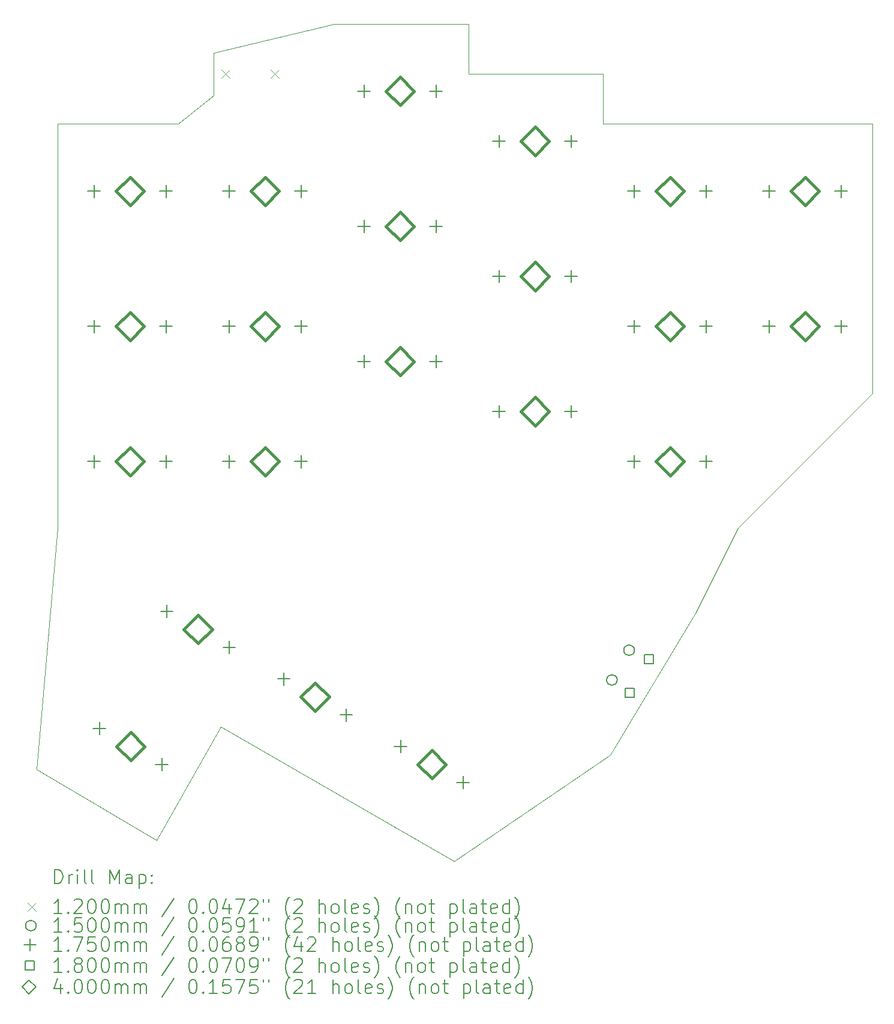
<source format=gbr>
%TF.GenerationSoftware,KiCad,Pcbnew,7.0.8-7.0.8~ubuntu22.04.1*%
%TF.CreationDate,2023-10-28T18:35:06+03:00*%
%TF.ProjectId,Keeb,4b656562-2e6b-4696-9361-645f70636258,rev?*%
%TF.SameCoordinates,Original*%
%TF.FileFunction,Drillmap*%
%TF.FilePolarity,Positive*%
%FSLAX45Y45*%
G04 Gerber Fmt 4.5, Leading zero omitted, Abs format (unit mm)*
G04 Created by KiCad (PCBNEW 7.0.8-7.0.8~ubuntu22.04.1) date 2023-10-28 18:35:06*
%MOMM*%
%LPD*%
G01*
G04 APERTURE LIST*
%ADD10C,0.050000*%
%ADD11C,0.200000*%
%ADD12C,0.120000*%
%ADD13C,0.150000*%
%ADD14C,0.175000*%
%ADD15C,0.180000*%
%ADD16C,0.400000*%
G04 APERTURE END LIST*
D10*
X15990000Y-3909294D02*
X17890000Y-3909294D01*
X17890000Y-4609294D01*
X21690000Y-4609294D01*
X21690000Y-8409294D01*
X19790000Y-10309294D01*
X19190000Y-11509294D01*
X17990000Y-13509294D01*
X15790000Y-15009294D01*
X12490000Y-13109294D01*
X11590000Y-14709294D01*
X9890000Y-13709294D01*
X10190000Y-10309294D01*
X10190000Y-4609294D01*
X11890000Y-4609294D01*
X12390000Y-4209294D01*
X12390000Y-3609294D01*
X14090000Y-3209294D01*
X15990000Y-3209294D01*
X15990000Y-3909294D01*
D11*
D12*
X12497500Y-3846794D02*
X12617500Y-3966794D01*
X12617500Y-3846794D02*
X12497500Y-3966794D01*
X13197500Y-3846794D02*
X13317500Y-3966794D01*
X13317500Y-3846794D02*
X13197500Y-3966794D01*
D13*
X18086797Y-12452614D02*
G75*
G03*
X18086797Y-12452614I-75000J0D01*
G01*
X18329297Y-12032592D02*
G75*
G03*
X18329297Y-12032592I-75000J0D01*
G01*
D14*
X10704500Y-5474294D02*
X10704500Y-5649294D01*
X10617000Y-5561794D02*
X10792000Y-5561794D01*
X10704500Y-7379294D02*
X10704500Y-7554294D01*
X10617000Y-7466794D02*
X10792000Y-7466794D01*
X10704500Y-9284294D02*
X10704500Y-9459294D01*
X10617000Y-9371794D02*
X10792000Y-9371794D01*
X10779016Y-13046529D02*
X10779016Y-13221529D01*
X10691516Y-13134029D02*
X10866516Y-13134029D01*
X11658898Y-13554529D02*
X11658898Y-13729529D01*
X11571398Y-13642029D02*
X11746398Y-13642029D01*
X11720500Y-5474294D02*
X11720500Y-5649294D01*
X11633000Y-5561794D02*
X11808000Y-5561794D01*
X11720500Y-7379294D02*
X11720500Y-7554294D01*
X11633000Y-7466794D02*
X11808000Y-7466794D01*
X11720500Y-9284294D02*
X11720500Y-9459294D01*
X11633000Y-9371794D02*
X11808000Y-9371794D01*
X11731516Y-11396751D02*
X11731516Y-11571751D01*
X11644016Y-11484251D02*
X11819016Y-11484251D01*
X12609500Y-5474294D02*
X12609500Y-5649294D01*
X12522000Y-5561794D02*
X12697000Y-5561794D01*
X12609500Y-7379294D02*
X12609500Y-7554294D01*
X12522000Y-7466794D02*
X12697000Y-7466794D01*
X12609500Y-9284294D02*
X12609500Y-9459294D01*
X12522000Y-9371794D02*
X12697000Y-9371794D01*
X12611398Y-11904751D02*
X12611398Y-12079751D01*
X12523898Y-11992251D02*
X12698898Y-11992251D01*
X13381295Y-12349251D02*
X13381295Y-12524251D01*
X13293795Y-12436751D02*
X13468795Y-12436751D01*
X13625500Y-5474294D02*
X13625500Y-5649294D01*
X13538000Y-5561794D02*
X13713000Y-5561794D01*
X13625500Y-7379294D02*
X13625500Y-7554294D01*
X13538000Y-7466794D02*
X13713000Y-7466794D01*
X13625500Y-9284294D02*
X13625500Y-9459294D01*
X13538000Y-9371794D02*
X13713000Y-9371794D01*
X14261177Y-12857251D02*
X14261177Y-13032251D01*
X14173677Y-12944751D02*
X14348677Y-12944751D01*
X14514500Y-4064294D02*
X14514500Y-4239294D01*
X14427000Y-4151794D02*
X14602000Y-4151794D01*
X14514500Y-5969294D02*
X14514500Y-6144294D01*
X14427000Y-6056794D02*
X14602000Y-6056794D01*
X14514500Y-7874294D02*
X14514500Y-8049294D01*
X14427000Y-7961794D02*
X14602000Y-7961794D01*
X15031073Y-13301751D02*
X15031073Y-13476751D01*
X14943573Y-13389251D02*
X15118573Y-13389251D01*
X15530500Y-4064294D02*
X15530500Y-4239294D01*
X15443000Y-4151794D02*
X15618000Y-4151794D01*
X15530500Y-5969294D02*
X15530500Y-6144294D01*
X15443000Y-6056794D02*
X15618000Y-6056794D01*
X15530500Y-7874294D02*
X15530500Y-8049294D01*
X15443000Y-7961794D02*
X15618000Y-7961794D01*
X15910955Y-13809751D02*
X15910955Y-13984751D01*
X15823455Y-13897251D02*
X15998455Y-13897251D01*
X16419500Y-4769294D02*
X16419500Y-4944294D01*
X16332000Y-4856794D02*
X16507000Y-4856794D01*
X16419500Y-6674294D02*
X16419500Y-6849294D01*
X16332000Y-6761794D02*
X16507000Y-6761794D01*
X16419500Y-8579294D02*
X16419500Y-8754294D01*
X16332000Y-8666794D02*
X16507000Y-8666794D01*
X17435500Y-4769294D02*
X17435500Y-4944294D01*
X17348000Y-4856794D02*
X17523000Y-4856794D01*
X17435500Y-6674294D02*
X17435500Y-6849294D01*
X17348000Y-6761794D02*
X17523000Y-6761794D01*
X17435500Y-8579294D02*
X17435500Y-8754294D01*
X17348000Y-8666794D02*
X17523000Y-8666794D01*
X18324500Y-5474294D02*
X18324500Y-5649294D01*
X18237000Y-5561794D02*
X18412000Y-5561794D01*
X18324500Y-7379294D02*
X18324500Y-7554294D01*
X18237000Y-7466794D02*
X18412000Y-7466794D01*
X18324500Y-9284294D02*
X18324500Y-9459294D01*
X18237000Y-9371794D02*
X18412000Y-9371794D01*
X19340500Y-5474294D02*
X19340500Y-5649294D01*
X19253000Y-5561794D02*
X19428000Y-5561794D01*
X19340500Y-7379294D02*
X19340500Y-7554294D01*
X19253000Y-7466794D02*
X19428000Y-7466794D01*
X19340500Y-9284294D02*
X19340500Y-9459294D01*
X19253000Y-9371794D02*
X19428000Y-9371794D01*
X20229500Y-5474294D02*
X20229500Y-5649294D01*
X20142000Y-5561794D02*
X20317000Y-5561794D01*
X20229500Y-7379294D02*
X20229500Y-7554294D01*
X20142000Y-7466794D02*
X20317000Y-7466794D01*
X21245500Y-5474294D02*
X21245500Y-5649294D01*
X21158000Y-5561794D02*
X21333000Y-5561794D01*
X21245500Y-7379294D02*
X21245500Y-7554294D01*
X21158000Y-7466794D02*
X21333000Y-7466794D01*
D15*
X18322842Y-12693735D02*
X18322842Y-12566454D01*
X18195562Y-12566454D01*
X18195562Y-12693735D01*
X18322842Y-12693735D01*
X18595342Y-12221751D02*
X18595342Y-12094471D01*
X18468062Y-12094471D01*
X18468062Y-12221751D01*
X18595342Y-12221751D01*
D16*
X11212500Y-5761794D02*
X11412500Y-5561794D01*
X11212500Y-5361794D01*
X11012500Y-5561794D01*
X11212500Y-5761794D01*
X11212500Y-7666794D02*
X11412500Y-7466794D01*
X11212500Y-7266794D01*
X11012500Y-7466794D01*
X11212500Y-7666794D01*
X11212500Y-9571794D02*
X11412500Y-9371794D01*
X11212500Y-9171794D01*
X11012500Y-9371794D01*
X11212500Y-9571794D01*
X11218957Y-13588029D02*
X11418957Y-13388029D01*
X11218957Y-13188029D01*
X11018957Y-13388029D01*
X11218957Y-13588029D01*
X12171457Y-11938251D02*
X12371457Y-11738251D01*
X12171457Y-11538251D01*
X11971457Y-11738251D01*
X12171457Y-11938251D01*
X13117500Y-5761794D02*
X13317500Y-5561794D01*
X13117500Y-5361794D01*
X12917500Y-5561794D01*
X13117500Y-5761794D01*
X13117500Y-7666794D02*
X13317500Y-7466794D01*
X13117500Y-7266794D01*
X12917500Y-7466794D01*
X13117500Y-7666794D01*
X13117500Y-9571794D02*
X13317500Y-9371794D01*
X13117500Y-9171794D01*
X12917500Y-9371794D01*
X13117500Y-9571794D01*
X13821236Y-12890751D02*
X14021236Y-12690751D01*
X13821236Y-12490751D01*
X13621236Y-12690751D01*
X13821236Y-12890751D01*
X15022500Y-4351794D02*
X15222500Y-4151794D01*
X15022500Y-3951794D01*
X14822500Y-4151794D01*
X15022500Y-4351794D01*
X15022500Y-6256794D02*
X15222500Y-6056794D01*
X15022500Y-5856794D01*
X14822500Y-6056794D01*
X15022500Y-6256794D01*
X15022500Y-8161794D02*
X15222500Y-7961794D01*
X15022500Y-7761794D01*
X14822500Y-7961794D01*
X15022500Y-8161794D01*
X15471014Y-13843251D02*
X15671014Y-13643251D01*
X15471014Y-13443251D01*
X15271014Y-13643251D01*
X15471014Y-13843251D01*
X16927500Y-5056794D02*
X17127500Y-4856794D01*
X16927500Y-4656794D01*
X16727500Y-4856794D01*
X16927500Y-5056794D01*
X16927500Y-6961794D02*
X17127500Y-6761794D01*
X16927500Y-6561794D01*
X16727500Y-6761794D01*
X16927500Y-6961794D01*
X16927500Y-8866794D02*
X17127500Y-8666794D01*
X16927500Y-8466794D01*
X16727500Y-8666794D01*
X16927500Y-8866794D01*
X18832500Y-5761794D02*
X19032500Y-5561794D01*
X18832500Y-5361794D01*
X18632500Y-5561794D01*
X18832500Y-5761794D01*
X18832500Y-7666794D02*
X19032500Y-7466794D01*
X18832500Y-7266794D01*
X18632500Y-7466794D01*
X18832500Y-7666794D01*
X18832500Y-9571794D02*
X19032500Y-9371794D01*
X18832500Y-9171794D01*
X18632500Y-9371794D01*
X18832500Y-9571794D01*
X20737500Y-5761794D02*
X20937500Y-5561794D01*
X20737500Y-5361794D01*
X20537500Y-5561794D01*
X20737500Y-5761794D01*
X20737500Y-7666794D02*
X20937500Y-7466794D01*
X20737500Y-7266794D01*
X20537500Y-7466794D01*
X20737500Y-7666794D01*
D11*
X10148277Y-15323278D02*
X10148277Y-15123278D01*
X10148277Y-15123278D02*
X10195896Y-15123278D01*
X10195896Y-15123278D02*
X10224467Y-15132802D01*
X10224467Y-15132802D02*
X10243515Y-15151850D01*
X10243515Y-15151850D02*
X10253039Y-15170897D01*
X10253039Y-15170897D02*
X10262563Y-15208992D01*
X10262563Y-15208992D02*
X10262563Y-15237564D01*
X10262563Y-15237564D02*
X10253039Y-15275659D01*
X10253039Y-15275659D02*
X10243515Y-15294707D01*
X10243515Y-15294707D02*
X10224467Y-15313754D01*
X10224467Y-15313754D02*
X10195896Y-15323278D01*
X10195896Y-15323278D02*
X10148277Y-15323278D01*
X10348277Y-15323278D02*
X10348277Y-15189945D01*
X10348277Y-15228040D02*
X10357801Y-15208992D01*
X10357801Y-15208992D02*
X10367324Y-15199469D01*
X10367324Y-15199469D02*
X10386372Y-15189945D01*
X10386372Y-15189945D02*
X10405420Y-15189945D01*
X10472086Y-15323278D02*
X10472086Y-15189945D01*
X10472086Y-15123278D02*
X10462563Y-15132802D01*
X10462563Y-15132802D02*
X10472086Y-15142326D01*
X10472086Y-15142326D02*
X10481610Y-15132802D01*
X10481610Y-15132802D02*
X10472086Y-15123278D01*
X10472086Y-15123278D02*
X10472086Y-15142326D01*
X10595896Y-15323278D02*
X10576848Y-15313754D01*
X10576848Y-15313754D02*
X10567324Y-15294707D01*
X10567324Y-15294707D02*
X10567324Y-15123278D01*
X10700658Y-15323278D02*
X10681610Y-15313754D01*
X10681610Y-15313754D02*
X10672086Y-15294707D01*
X10672086Y-15294707D02*
X10672086Y-15123278D01*
X10929229Y-15323278D02*
X10929229Y-15123278D01*
X10929229Y-15123278D02*
X10995896Y-15266135D01*
X10995896Y-15266135D02*
X11062563Y-15123278D01*
X11062563Y-15123278D02*
X11062563Y-15323278D01*
X11243515Y-15323278D02*
X11243515Y-15218516D01*
X11243515Y-15218516D02*
X11233991Y-15199469D01*
X11233991Y-15199469D02*
X11214943Y-15189945D01*
X11214943Y-15189945D02*
X11176848Y-15189945D01*
X11176848Y-15189945D02*
X11157801Y-15199469D01*
X11243515Y-15313754D02*
X11224467Y-15323278D01*
X11224467Y-15323278D02*
X11176848Y-15323278D01*
X11176848Y-15323278D02*
X11157801Y-15313754D01*
X11157801Y-15313754D02*
X11148277Y-15294707D01*
X11148277Y-15294707D02*
X11148277Y-15275659D01*
X11148277Y-15275659D02*
X11157801Y-15256611D01*
X11157801Y-15256611D02*
X11176848Y-15247088D01*
X11176848Y-15247088D02*
X11224467Y-15247088D01*
X11224467Y-15247088D02*
X11243515Y-15237564D01*
X11338753Y-15189945D02*
X11338753Y-15389945D01*
X11338753Y-15199469D02*
X11357801Y-15189945D01*
X11357801Y-15189945D02*
X11395896Y-15189945D01*
X11395896Y-15189945D02*
X11414943Y-15199469D01*
X11414943Y-15199469D02*
X11424467Y-15208992D01*
X11424467Y-15208992D02*
X11433991Y-15228040D01*
X11433991Y-15228040D02*
X11433991Y-15285183D01*
X11433991Y-15285183D02*
X11424467Y-15304230D01*
X11424467Y-15304230D02*
X11414943Y-15313754D01*
X11414943Y-15313754D02*
X11395896Y-15323278D01*
X11395896Y-15323278D02*
X11357801Y-15323278D01*
X11357801Y-15323278D02*
X11338753Y-15313754D01*
X11519705Y-15304230D02*
X11529229Y-15313754D01*
X11529229Y-15313754D02*
X11519705Y-15323278D01*
X11519705Y-15323278D02*
X11510182Y-15313754D01*
X11510182Y-15313754D02*
X11519705Y-15304230D01*
X11519705Y-15304230D02*
X11519705Y-15323278D01*
X11519705Y-15199469D02*
X11529229Y-15208992D01*
X11529229Y-15208992D02*
X11519705Y-15218516D01*
X11519705Y-15218516D02*
X11510182Y-15208992D01*
X11510182Y-15208992D02*
X11519705Y-15199469D01*
X11519705Y-15199469D02*
X11519705Y-15218516D01*
D12*
X9767500Y-15591794D02*
X9887500Y-15711794D01*
X9887500Y-15591794D02*
X9767500Y-15711794D01*
D11*
X10253039Y-15743278D02*
X10138753Y-15743278D01*
X10195896Y-15743278D02*
X10195896Y-15543278D01*
X10195896Y-15543278D02*
X10176848Y-15571850D01*
X10176848Y-15571850D02*
X10157801Y-15590897D01*
X10157801Y-15590897D02*
X10138753Y-15600421D01*
X10338753Y-15724230D02*
X10348277Y-15733754D01*
X10348277Y-15733754D02*
X10338753Y-15743278D01*
X10338753Y-15743278D02*
X10329229Y-15733754D01*
X10329229Y-15733754D02*
X10338753Y-15724230D01*
X10338753Y-15724230D02*
X10338753Y-15743278D01*
X10424467Y-15562326D02*
X10433991Y-15552802D01*
X10433991Y-15552802D02*
X10453039Y-15543278D01*
X10453039Y-15543278D02*
X10500658Y-15543278D01*
X10500658Y-15543278D02*
X10519705Y-15552802D01*
X10519705Y-15552802D02*
X10529229Y-15562326D01*
X10529229Y-15562326D02*
X10538753Y-15581373D01*
X10538753Y-15581373D02*
X10538753Y-15600421D01*
X10538753Y-15600421D02*
X10529229Y-15628992D01*
X10529229Y-15628992D02*
X10414944Y-15743278D01*
X10414944Y-15743278D02*
X10538753Y-15743278D01*
X10662563Y-15543278D02*
X10681610Y-15543278D01*
X10681610Y-15543278D02*
X10700658Y-15552802D01*
X10700658Y-15552802D02*
X10710182Y-15562326D01*
X10710182Y-15562326D02*
X10719705Y-15581373D01*
X10719705Y-15581373D02*
X10729229Y-15619469D01*
X10729229Y-15619469D02*
X10729229Y-15667088D01*
X10729229Y-15667088D02*
X10719705Y-15705183D01*
X10719705Y-15705183D02*
X10710182Y-15724230D01*
X10710182Y-15724230D02*
X10700658Y-15733754D01*
X10700658Y-15733754D02*
X10681610Y-15743278D01*
X10681610Y-15743278D02*
X10662563Y-15743278D01*
X10662563Y-15743278D02*
X10643515Y-15733754D01*
X10643515Y-15733754D02*
X10633991Y-15724230D01*
X10633991Y-15724230D02*
X10624467Y-15705183D01*
X10624467Y-15705183D02*
X10614944Y-15667088D01*
X10614944Y-15667088D02*
X10614944Y-15619469D01*
X10614944Y-15619469D02*
X10624467Y-15581373D01*
X10624467Y-15581373D02*
X10633991Y-15562326D01*
X10633991Y-15562326D02*
X10643515Y-15552802D01*
X10643515Y-15552802D02*
X10662563Y-15543278D01*
X10853039Y-15543278D02*
X10872086Y-15543278D01*
X10872086Y-15543278D02*
X10891134Y-15552802D01*
X10891134Y-15552802D02*
X10900658Y-15562326D01*
X10900658Y-15562326D02*
X10910182Y-15581373D01*
X10910182Y-15581373D02*
X10919705Y-15619469D01*
X10919705Y-15619469D02*
X10919705Y-15667088D01*
X10919705Y-15667088D02*
X10910182Y-15705183D01*
X10910182Y-15705183D02*
X10900658Y-15724230D01*
X10900658Y-15724230D02*
X10891134Y-15733754D01*
X10891134Y-15733754D02*
X10872086Y-15743278D01*
X10872086Y-15743278D02*
X10853039Y-15743278D01*
X10853039Y-15743278D02*
X10833991Y-15733754D01*
X10833991Y-15733754D02*
X10824467Y-15724230D01*
X10824467Y-15724230D02*
X10814944Y-15705183D01*
X10814944Y-15705183D02*
X10805420Y-15667088D01*
X10805420Y-15667088D02*
X10805420Y-15619469D01*
X10805420Y-15619469D02*
X10814944Y-15581373D01*
X10814944Y-15581373D02*
X10824467Y-15562326D01*
X10824467Y-15562326D02*
X10833991Y-15552802D01*
X10833991Y-15552802D02*
X10853039Y-15543278D01*
X11005420Y-15743278D02*
X11005420Y-15609945D01*
X11005420Y-15628992D02*
X11014944Y-15619469D01*
X11014944Y-15619469D02*
X11033991Y-15609945D01*
X11033991Y-15609945D02*
X11062563Y-15609945D01*
X11062563Y-15609945D02*
X11081610Y-15619469D01*
X11081610Y-15619469D02*
X11091134Y-15638516D01*
X11091134Y-15638516D02*
X11091134Y-15743278D01*
X11091134Y-15638516D02*
X11100658Y-15619469D01*
X11100658Y-15619469D02*
X11119705Y-15609945D01*
X11119705Y-15609945D02*
X11148277Y-15609945D01*
X11148277Y-15609945D02*
X11167325Y-15619469D01*
X11167325Y-15619469D02*
X11176848Y-15638516D01*
X11176848Y-15638516D02*
X11176848Y-15743278D01*
X11272086Y-15743278D02*
X11272086Y-15609945D01*
X11272086Y-15628992D02*
X11281610Y-15619469D01*
X11281610Y-15619469D02*
X11300658Y-15609945D01*
X11300658Y-15609945D02*
X11329229Y-15609945D01*
X11329229Y-15609945D02*
X11348277Y-15619469D01*
X11348277Y-15619469D02*
X11357801Y-15638516D01*
X11357801Y-15638516D02*
X11357801Y-15743278D01*
X11357801Y-15638516D02*
X11367324Y-15619469D01*
X11367324Y-15619469D02*
X11386372Y-15609945D01*
X11386372Y-15609945D02*
X11414943Y-15609945D01*
X11414943Y-15609945D02*
X11433991Y-15619469D01*
X11433991Y-15619469D02*
X11443515Y-15638516D01*
X11443515Y-15638516D02*
X11443515Y-15743278D01*
X11833991Y-15533754D02*
X11662563Y-15790897D01*
X12091134Y-15543278D02*
X12110182Y-15543278D01*
X12110182Y-15543278D02*
X12129229Y-15552802D01*
X12129229Y-15552802D02*
X12138753Y-15562326D01*
X12138753Y-15562326D02*
X12148277Y-15581373D01*
X12148277Y-15581373D02*
X12157801Y-15619469D01*
X12157801Y-15619469D02*
X12157801Y-15667088D01*
X12157801Y-15667088D02*
X12148277Y-15705183D01*
X12148277Y-15705183D02*
X12138753Y-15724230D01*
X12138753Y-15724230D02*
X12129229Y-15733754D01*
X12129229Y-15733754D02*
X12110182Y-15743278D01*
X12110182Y-15743278D02*
X12091134Y-15743278D01*
X12091134Y-15743278D02*
X12072086Y-15733754D01*
X12072086Y-15733754D02*
X12062563Y-15724230D01*
X12062563Y-15724230D02*
X12053039Y-15705183D01*
X12053039Y-15705183D02*
X12043515Y-15667088D01*
X12043515Y-15667088D02*
X12043515Y-15619469D01*
X12043515Y-15619469D02*
X12053039Y-15581373D01*
X12053039Y-15581373D02*
X12062563Y-15562326D01*
X12062563Y-15562326D02*
X12072086Y-15552802D01*
X12072086Y-15552802D02*
X12091134Y-15543278D01*
X12243515Y-15724230D02*
X12253039Y-15733754D01*
X12253039Y-15733754D02*
X12243515Y-15743278D01*
X12243515Y-15743278D02*
X12233991Y-15733754D01*
X12233991Y-15733754D02*
X12243515Y-15724230D01*
X12243515Y-15724230D02*
X12243515Y-15743278D01*
X12376848Y-15543278D02*
X12395896Y-15543278D01*
X12395896Y-15543278D02*
X12414944Y-15552802D01*
X12414944Y-15552802D02*
X12424467Y-15562326D01*
X12424467Y-15562326D02*
X12433991Y-15581373D01*
X12433991Y-15581373D02*
X12443515Y-15619469D01*
X12443515Y-15619469D02*
X12443515Y-15667088D01*
X12443515Y-15667088D02*
X12433991Y-15705183D01*
X12433991Y-15705183D02*
X12424467Y-15724230D01*
X12424467Y-15724230D02*
X12414944Y-15733754D01*
X12414944Y-15733754D02*
X12395896Y-15743278D01*
X12395896Y-15743278D02*
X12376848Y-15743278D01*
X12376848Y-15743278D02*
X12357801Y-15733754D01*
X12357801Y-15733754D02*
X12348277Y-15724230D01*
X12348277Y-15724230D02*
X12338753Y-15705183D01*
X12338753Y-15705183D02*
X12329229Y-15667088D01*
X12329229Y-15667088D02*
X12329229Y-15619469D01*
X12329229Y-15619469D02*
X12338753Y-15581373D01*
X12338753Y-15581373D02*
X12348277Y-15562326D01*
X12348277Y-15562326D02*
X12357801Y-15552802D01*
X12357801Y-15552802D02*
X12376848Y-15543278D01*
X12614944Y-15609945D02*
X12614944Y-15743278D01*
X12567325Y-15533754D02*
X12519706Y-15676611D01*
X12519706Y-15676611D02*
X12643515Y-15676611D01*
X12700658Y-15543278D02*
X12833991Y-15543278D01*
X12833991Y-15543278D02*
X12748277Y-15743278D01*
X12900658Y-15562326D02*
X12910182Y-15552802D01*
X12910182Y-15552802D02*
X12929229Y-15543278D01*
X12929229Y-15543278D02*
X12976848Y-15543278D01*
X12976848Y-15543278D02*
X12995896Y-15552802D01*
X12995896Y-15552802D02*
X13005420Y-15562326D01*
X13005420Y-15562326D02*
X13014944Y-15581373D01*
X13014944Y-15581373D02*
X13014944Y-15600421D01*
X13014944Y-15600421D02*
X13005420Y-15628992D01*
X13005420Y-15628992D02*
X12891134Y-15743278D01*
X12891134Y-15743278D02*
X13014944Y-15743278D01*
X13091134Y-15543278D02*
X13091134Y-15581373D01*
X13167325Y-15543278D02*
X13167325Y-15581373D01*
X13462563Y-15819469D02*
X13453039Y-15809945D01*
X13453039Y-15809945D02*
X13433991Y-15781373D01*
X13433991Y-15781373D02*
X13424468Y-15762326D01*
X13424468Y-15762326D02*
X13414944Y-15733754D01*
X13414944Y-15733754D02*
X13405420Y-15686135D01*
X13405420Y-15686135D02*
X13405420Y-15648040D01*
X13405420Y-15648040D02*
X13414944Y-15600421D01*
X13414944Y-15600421D02*
X13424468Y-15571850D01*
X13424468Y-15571850D02*
X13433991Y-15552802D01*
X13433991Y-15552802D02*
X13453039Y-15524230D01*
X13453039Y-15524230D02*
X13462563Y-15514707D01*
X13529229Y-15562326D02*
X13538753Y-15552802D01*
X13538753Y-15552802D02*
X13557801Y-15543278D01*
X13557801Y-15543278D02*
X13605420Y-15543278D01*
X13605420Y-15543278D02*
X13624468Y-15552802D01*
X13624468Y-15552802D02*
X13633991Y-15562326D01*
X13633991Y-15562326D02*
X13643515Y-15581373D01*
X13643515Y-15581373D02*
X13643515Y-15600421D01*
X13643515Y-15600421D02*
X13633991Y-15628992D01*
X13633991Y-15628992D02*
X13519706Y-15743278D01*
X13519706Y-15743278D02*
X13643515Y-15743278D01*
X13881610Y-15743278D02*
X13881610Y-15543278D01*
X13967325Y-15743278D02*
X13967325Y-15638516D01*
X13967325Y-15638516D02*
X13957801Y-15619469D01*
X13957801Y-15619469D02*
X13938753Y-15609945D01*
X13938753Y-15609945D02*
X13910182Y-15609945D01*
X13910182Y-15609945D02*
X13891134Y-15619469D01*
X13891134Y-15619469D02*
X13881610Y-15628992D01*
X14091134Y-15743278D02*
X14072087Y-15733754D01*
X14072087Y-15733754D02*
X14062563Y-15724230D01*
X14062563Y-15724230D02*
X14053039Y-15705183D01*
X14053039Y-15705183D02*
X14053039Y-15648040D01*
X14053039Y-15648040D02*
X14062563Y-15628992D01*
X14062563Y-15628992D02*
X14072087Y-15619469D01*
X14072087Y-15619469D02*
X14091134Y-15609945D01*
X14091134Y-15609945D02*
X14119706Y-15609945D01*
X14119706Y-15609945D02*
X14138753Y-15619469D01*
X14138753Y-15619469D02*
X14148277Y-15628992D01*
X14148277Y-15628992D02*
X14157801Y-15648040D01*
X14157801Y-15648040D02*
X14157801Y-15705183D01*
X14157801Y-15705183D02*
X14148277Y-15724230D01*
X14148277Y-15724230D02*
X14138753Y-15733754D01*
X14138753Y-15733754D02*
X14119706Y-15743278D01*
X14119706Y-15743278D02*
X14091134Y-15743278D01*
X14272087Y-15743278D02*
X14253039Y-15733754D01*
X14253039Y-15733754D02*
X14243515Y-15714707D01*
X14243515Y-15714707D02*
X14243515Y-15543278D01*
X14424468Y-15733754D02*
X14405420Y-15743278D01*
X14405420Y-15743278D02*
X14367325Y-15743278D01*
X14367325Y-15743278D02*
X14348277Y-15733754D01*
X14348277Y-15733754D02*
X14338753Y-15714707D01*
X14338753Y-15714707D02*
X14338753Y-15638516D01*
X14338753Y-15638516D02*
X14348277Y-15619469D01*
X14348277Y-15619469D02*
X14367325Y-15609945D01*
X14367325Y-15609945D02*
X14405420Y-15609945D01*
X14405420Y-15609945D02*
X14424468Y-15619469D01*
X14424468Y-15619469D02*
X14433991Y-15638516D01*
X14433991Y-15638516D02*
X14433991Y-15657564D01*
X14433991Y-15657564D02*
X14338753Y-15676611D01*
X14510182Y-15733754D02*
X14529230Y-15743278D01*
X14529230Y-15743278D02*
X14567325Y-15743278D01*
X14567325Y-15743278D02*
X14586372Y-15733754D01*
X14586372Y-15733754D02*
X14595896Y-15714707D01*
X14595896Y-15714707D02*
X14595896Y-15705183D01*
X14595896Y-15705183D02*
X14586372Y-15686135D01*
X14586372Y-15686135D02*
X14567325Y-15676611D01*
X14567325Y-15676611D02*
X14538753Y-15676611D01*
X14538753Y-15676611D02*
X14519706Y-15667088D01*
X14519706Y-15667088D02*
X14510182Y-15648040D01*
X14510182Y-15648040D02*
X14510182Y-15638516D01*
X14510182Y-15638516D02*
X14519706Y-15619469D01*
X14519706Y-15619469D02*
X14538753Y-15609945D01*
X14538753Y-15609945D02*
X14567325Y-15609945D01*
X14567325Y-15609945D02*
X14586372Y-15619469D01*
X14662563Y-15819469D02*
X14672087Y-15809945D01*
X14672087Y-15809945D02*
X14691134Y-15781373D01*
X14691134Y-15781373D02*
X14700658Y-15762326D01*
X14700658Y-15762326D02*
X14710182Y-15733754D01*
X14710182Y-15733754D02*
X14719706Y-15686135D01*
X14719706Y-15686135D02*
X14719706Y-15648040D01*
X14719706Y-15648040D02*
X14710182Y-15600421D01*
X14710182Y-15600421D02*
X14700658Y-15571850D01*
X14700658Y-15571850D02*
X14691134Y-15552802D01*
X14691134Y-15552802D02*
X14672087Y-15524230D01*
X14672087Y-15524230D02*
X14662563Y-15514707D01*
X15024468Y-15819469D02*
X15014944Y-15809945D01*
X15014944Y-15809945D02*
X14995896Y-15781373D01*
X14995896Y-15781373D02*
X14986372Y-15762326D01*
X14986372Y-15762326D02*
X14976849Y-15733754D01*
X14976849Y-15733754D02*
X14967325Y-15686135D01*
X14967325Y-15686135D02*
X14967325Y-15648040D01*
X14967325Y-15648040D02*
X14976849Y-15600421D01*
X14976849Y-15600421D02*
X14986372Y-15571850D01*
X14986372Y-15571850D02*
X14995896Y-15552802D01*
X14995896Y-15552802D02*
X15014944Y-15524230D01*
X15014944Y-15524230D02*
X15024468Y-15514707D01*
X15100658Y-15609945D02*
X15100658Y-15743278D01*
X15100658Y-15628992D02*
X15110182Y-15619469D01*
X15110182Y-15619469D02*
X15129230Y-15609945D01*
X15129230Y-15609945D02*
X15157801Y-15609945D01*
X15157801Y-15609945D02*
X15176849Y-15619469D01*
X15176849Y-15619469D02*
X15186372Y-15638516D01*
X15186372Y-15638516D02*
X15186372Y-15743278D01*
X15310182Y-15743278D02*
X15291134Y-15733754D01*
X15291134Y-15733754D02*
X15281611Y-15724230D01*
X15281611Y-15724230D02*
X15272087Y-15705183D01*
X15272087Y-15705183D02*
X15272087Y-15648040D01*
X15272087Y-15648040D02*
X15281611Y-15628992D01*
X15281611Y-15628992D02*
X15291134Y-15619469D01*
X15291134Y-15619469D02*
X15310182Y-15609945D01*
X15310182Y-15609945D02*
X15338753Y-15609945D01*
X15338753Y-15609945D02*
X15357801Y-15619469D01*
X15357801Y-15619469D02*
X15367325Y-15628992D01*
X15367325Y-15628992D02*
X15376849Y-15648040D01*
X15376849Y-15648040D02*
X15376849Y-15705183D01*
X15376849Y-15705183D02*
X15367325Y-15724230D01*
X15367325Y-15724230D02*
X15357801Y-15733754D01*
X15357801Y-15733754D02*
X15338753Y-15743278D01*
X15338753Y-15743278D02*
X15310182Y-15743278D01*
X15433992Y-15609945D02*
X15510182Y-15609945D01*
X15462563Y-15543278D02*
X15462563Y-15714707D01*
X15462563Y-15714707D02*
X15472087Y-15733754D01*
X15472087Y-15733754D02*
X15491134Y-15743278D01*
X15491134Y-15743278D02*
X15510182Y-15743278D01*
X15729230Y-15609945D02*
X15729230Y-15809945D01*
X15729230Y-15619469D02*
X15748277Y-15609945D01*
X15748277Y-15609945D02*
X15786373Y-15609945D01*
X15786373Y-15609945D02*
X15805420Y-15619469D01*
X15805420Y-15619469D02*
X15814944Y-15628992D01*
X15814944Y-15628992D02*
X15824468Y-15648040D01*
X15824468Y-15648040D02*
X15824468Y-15705183D01*
X15824468Y-15705183D02*
X15814944Y-15724230D01*
X15814944Y-15724230D02*
X15805420Y-15733754D01*
X15805420Y-15733754D02*
X15786373Y-15743278D01*
X15786373Y-15743278D02*
X15748277Y-15743278D01*
X15748277Y-15743278D02*
X15729230Y-15733754D01*
X15938753Y-15743278D02*
X15919706Y-15733754D01*
X15919706Y-15733754D02*
X15910182Y-15714707D01*
X15910182Y-15714707D02*
X15910182Y-15543278D01*
X16100658Y-15743278D02*
X16100658Y-15638516D01*
X16100658Y-15638516D02*
X16091134Y-15619469D01*
X16091134Y-15619469D02*
X16072087Y-15609945D01*
X16072087Y-15609945D02*
X16033992Y-15609945D01*
X16033992Y-15609945D02*
X16014944Y-15619469D01*
X16100658Y-15733754D02*
X16081611Y-15743278D01*
X16081611Y-15743278D02*
X16033992Y-15743278D01*
X16033992Y-15743278D02*
X16014944Y-15733754D01*
X16014944Y-15733754D02*
X16005420Y-15714707D01*
X16005420Y-15714707D02*
X16005420Y-15695659D01*
X16005420Y-15695659D02*
X16014944Y-15676611D01*
X16014944Y-15676611D02*
X16033992Y-15667088D01*
X16033992Y-15667088D02*
X16081611Y-15667088D01*
X16081611Y-15667088D02*
X16100658Y-15657564D01*
X16167325Y-15609945D02*
X16243515Y-15609945D01*
X16195896Y-15543278D02*
X16195896Y-15714707D01*
X16195896Y-15714707D02*
X16205420Y-15733754D01*
X16205420Y-15733754D02*
X16224468Y-15743278D01*
X16224468Y-15743278D02*
X16243515Y-15743278D01*
X16386373Y-15733754D02*
X16367325Y-15743278D01*
X16367325Y-15743278D02*
X16329230Y-15743278D01*
X16329230Y-15743278D02*
X16310182Y-15733754D01*
X16310182Y-15733754D02*
X16300658Y-15714707D01*
X16300658Y-15714707D02*
X16300658Y-15638516D01*
X16300658Y-15638516D02*
X16310182Y-15619469D01*
X16310182Y-15619469D02*
X16329230Y-15609945D01*
X16329230Y-15609945D02*
X16367325Y-15609945D01*
X16367325Y-15609945D02*
X16386373Y-15619469D01*
X16386373Y-15619469D02*
X16395896Y-15638516D01*
X16395896Y-15638516D02*
X16395896Y-15657564D01*
X16395896Y-15657564D02*
X16300658Y-15676611D01*
X16567325Y-15743278D02*
X16567325Y-15543278D01*
X16567325Y-15733754D02*
X16548277Y-15743278D01*
X16548277Y-15743278D02*
X16510182Y-15743278D01*
X16510182Y-15743278D02*
X16491134Y-15733754D01*
X16491134Y-15733754D02*
X16481611Y-15724230D01*
X16481611Y-15724230D02*
X16472087Y-15705183D01*
X16472087Y-15705183D02*
X16472087Y-15648040D01*
X16472087Y-15648040D02*
X16481611Y-15628992D01*
X16481611Y-15628992D02*
X16491134Y-15619469D01*
X16491134Y-15619469D02*
X16510182Y-15609945D01*
X16510182Y-15609945D02*
X16548277Y-15609945D01*
X16548277Y-15609945D02*
X16567325Y-15619469D01*
X16643515Y-15819469D02*
X16653039Y-15809945D01*
X16653039Y-15809945D02*
X16672087Y-15781373D01*
X16672087Y-15781373D02*
X16681611Y-15762326D01*
X16681611Y-15762326D02*
X16691134Y-15733754D01*
X16691134Y-15733754D02*
X16700658Y-15686135D01*
X16700658Y-15686135D02*
X16700658Y-15648040D01*
X16700658Y-15648040D02*
X16691134Y-15600421D01*
X16691134Y-15600421D02*
X16681611Y-15571850D01*
X16681611Y-15571850D02*
X16672087Y-15552802D01*
X16672087Y-15552802D02*
X16653039Y-15524230D01*
X16653039Y-15524230D02*
X16643515Y-15514707D01*
D13*
X9887500Y-15915794D02*
G75*
G03*
X9887500Y-15915794I-75000J0D01*
G01*
D11*
X10253039Y-16007278D02*
X10138753Y-16007278D01*
X10195896Y-16007278D02*
X10195896Y-15807278D01*
X10195896Y-15807278D02*
X10176848Y-15835850D01*
X10176848Y-15835850D02*
X10157801Y-15854897D01*
X10157801Y-15854897D02*
X10138753Y-15864421D01*
X10338753Y-15988230D02*
X10348277Y-15997754D01*
X10348277Y-15997754D02*
X10338753Y-16007278D01*
X10338753Y-16007278D02*
X10329229Y-15997754D01*
X10329229Y-15997754D02*
X10338753Y-15988230D01*
X10338753Y-15988230D02*
X10338753Y-16007278D01*
X10529229Y-15807278D02*
X10433991Y-15807278D01*
X10433991Y-15807278D02*
X10424467Y-15902516D01*
X10424467Y-15902516D02*
X10433991Y-15892992D01*
X10433991Y-15892992D02*
X10453039Y-15883469D01*
X10453039Y-15883469D02*
X10500658Y-15883469D01*
X10500658Y-15883469D02*
X10519705Y-15892992D01*
X10519705Y-15892992D02*
X10529229Y-15902516D01*
X10529229Y-15902516D02*
X10538753Y-15921564D01*
X10538753Y-15921564D02*
X10538753Y-15969183D01*
X10538753Y-15969183D02*
X10529229Y-15988230D01*
X10529229Y-15988230D02*
X10519705Y-15997754D01*
X10519705Y-15997754D02*
X10500658Y-16007278D01*
X10500658Y-16007278D02*
X10453039Y-16007278D01*
X10453039Y-16007278D02*
X10433991Y-15997754D01*
X10433991Y-15997754D02*
X10424467Y-15988230D01*
X10662563Y-15807278D02*
X10681610Y-15807278D01*
X10681610Y-15807278D02*
X10700658Y-15816802D01*
X10700658Y-15816802D02*
X10710182Y-15826326D01*
X10710182Y-15826326D02*
X10719705Y-15845373D01*
X10719705Y-15845373D02*
X10729229Y-15883469D01*
X10729229Y-15883469D02*
X10729229Y-15931088D01*
X10729229Y-15931088D02*
X10719705Y-15969183D01*
X10719705Y-15969183D02*
X10710182Y-15988230D01*
X10710182Y-15988230D02*
X10700658Y-15997754D01*
X10700658Y-15997754D02*
X10681610Y-16007278D01*
X10681610Y-16007278D02*
X10662563Y-16007278D01*
X10662563Y-16007278D02*
X10643515Y-15997754D01*
X10643515Y-15997754D02*
X10633991Y-15988230D01*
X10633991Y-15988230D02*
X10624467Y-15969183D01*
X10624467Y-15969183D02*
X10614944Y-15931088D01*
X10614944Y-15931088D02*
X10614944Y-15883469D01*
X10614944Y-15883469D02*
X10624467Y-15845373D01*
X10624467Y-15845373D02*
X10633991Y-15826326D01*
X10633991Y-15826326D02*
X10643515Y-15816802D01*
X10643515Y-15816802D02*
X10662563Y-15807278D01*
X10853039Y-15807278D02*
X10872086Y-15807278D01*
X10872086Y-15807278D02*
X10891134Y-15816802D01*
X10891134Y-15816802D02*
X10900658Y-15826326D01*
X10900658Y-15826326D02*
X10910182Y-15845373D01*
X10910182Y-15845373D02*
X10919705Y-15883469D01*
X10919705Y-15883469D02*
X10919705Y-15931088D01*
X10919705Y-15931088D02*
X10910182Y-15969183D01*
X10910182Y-15969183D02*
X10900658Y-15988230D01*
X10900658Y-15988230D02*
X10891134Y-15997754D01*
X10891134Y-15997754D02*
X10872086Y-16007278D01*
X10872086Y-16007278D02*
X10853039Y-16007278D01*
X10853039Y-16007278D02*
X10833991Y-15997754D01*
X10833991Y-15997754D02*
X10824467Y-15988230D01*
X10824467Y-15988230D02*
X10814944Y-15969183D01*
X10814944Y-15969183D02*
X10805420Y-15931088D01*
X10805420Y-15931088D02*
X10805420Y-15883469D01*
X10805420Y-15883469D02*
X10814944Y-15845373D01*
X10814944Y-15845373D02*
X10824467Y-15826326D01*
X10824467Y-15826326D02*
X10833991Y-15816802D01*
X10833991Y-15816802D02*
X10853039Y-15807278D01*
X11005420Y-16007278D02*
X11005420Y-15873945D01*
X11005420Y-15892992D02*
X11014944Y-15883469D01*
X11014944Y-15883469D02*
X11033991Y-15873945D01*
X11033991Y-15873945D02*
X11062563Y-15873945D01*
X11062563Y-15873945D02*
X11081610Y-15883469D01*
X11081610Y-15883469D02*
X11091134Y-15902516D01*
X11091134Y-15902516D02*
X11091134Y-16007278D01*
X11091134Y-15902516D02*
X11100658Y-15883469D01*
X11100658Y-15883469D02*
X11119705Y-15873945D01*
X11119705Y-15873945D02*
X11148277Y-15873945D01*
X11148277Y-15873945D02*
X11167325Y-15883469D01*
X11167325Y-15883469D02*
X11176848Y-15902516D01*
X11176848Y-15902516D02*
X11176848Y-16007278D01*
X11272086Y-16007278D02*
X11272086Y-15873945D01*
X11272086Y-15892992D02*
X11281610Y-15883469D01*
X11281610Y-15883469D02*
X11300658Y-15873945D01*
X11300658Y-15873945D02*
X11329229Y-15873945D01*
X11329229Y-15873945D02*
X11348277Y-15883469D01*
X11348277Y-15883469D02*
X11357801Y-15902516D01*
X11357801Y-15902516D02*
X11357801Y-16007278D01*
X11357801Y-15902516D02*
X11367324Y-15883469D01*
X11367324Y-15883469D02*
X11386372Y-15873945D01*
X11386372Y-15873945D02*
X11414943Y-15873945D01*
X11414943Y-15873945D02*
X11433991Y-15883469D01*
X11433991Y-15883469D02*
X11443515Y-15902516D01*
X11443515Y-15902516D02*
X11443515Y-16007278D01*
X11833991Y-15797754D02*
X11662563Y-16054897D01*
X12091134Y-15807278D02*
X12110182Y-15807278D01*
X12110182Y-15807278D02*
X12129229Y-15816802D01*
X12129229Y-15816802D02*
X12138753Y-15826326D01*
X12138753Y-15826326D02*
X12148277Y-15845373D01*
X12148277Y-15845373D02*
X12157801Y-15883469D01*
X12157801Y-15883469D02*
X12157801Y-15931088D01*
X12157801Y-15931088D02*
X12148277Y-15969183D01*
X12148277Y-15969183D02*
X12138753Y-15988230D01*
X12138753Y-15988230D02*
X12129229Y-15997754D01*
X12129229Y-15997754D02*
X12110182Y-16007278D01*
X12110182Y-16007278D02*
X12091134Y-16007278D01*
X12091134Y-16007278D02*
X12072086Y-15997754D01*
X12072086Y-15997754D02*
X12062563Y-15988230D01*
X12062563Y-15988230D02*
X12053039Y-15969183D01*
X12053039Y-15969183D02*
X12043515Y-15931088D01*
X12043515Y-15931088D02*
X12043515Y-15883469D01*
X12043515Y-15883469D02*
X12053039Y-15845373D01*
X12053039Y-15845373D02*
X12062563Y-15826326D01*
X12062563Y-15826326D02*
X12072086Y-15816802D01*
X12072086Y-15816802D02*
X12091134Y-15807278D01*
X12243515Y-15988230D02*
X12253039Y-15997754D01*
X12253039Y-15997754D02*
X12243515Y-16007278D01*
X12243515Y-16007278D02*
X12233991Y-15997754D01*
X12233991Y-15997754D02*
X12243515Y-15988230D01*
X12243515Y-15988230D02*
X12243515Y-16007278D01*
X12376848Y-15807278D02*
X12395896Y-15807278D01*
X12395896Y-15807278D02*
X12414944Y-15816802D01*
X12414944Y-15816802D02*
X12424467Y-15826326D01*
X12424467Y-15826326D02*
X12433991Y-15845373D01*
X12433991Y-15845373D02*
X12443515Y-15883469D01*
X12443515Y-15883469D02*
X12443515Y-15931088D01*
X12443515Y-15931088D02*
X12433991Y-15969183D01*
X12433991Y-15969183D02*
X12424467Y-15988230D01*
X12424467Y-15988230D02*
X12414944Y-15997754D01*
X12414944Y-15997754D02*
X12395896Y-16007278D01*
X12395896Y-16007278D02*
X12376848Y-16007278D01*
X12376848Y-16007278D02*
X12357801Y-15997754D01*
X12357801Y-15997754D02*
X12348277Y-15988230D01*
X12348277Y-15988230D02*
X12338753Y-15969183D01*
X12338753Y-15969183D02*
X12329229Y-15931088D01*
X12329229Y-15931088D02*
X12329229Y-15883469D01*
X12329229Y-15883469D02*
X12338753Y-15845373D01*
X12338753Y-15845373D02*
X12348277Y-15826326D01*
X12348277Y-15826326D02*
X12357801Y-15816802D01*
X12357801Y-15816802D02*
X12376848Y-15807278D01*
X12624467Y-15807278D02*
X12529229Y-15807278D01*
X12529229Y-15807278D02*
X12519706Y-15902516D01*
X12519706Y-15902516D02*
X12529229Y-15892992D01*
X12529229Y-15892992D02*
X12548277Y-15883469D01*
X12548277Y-15883469D02*
X12595896Y-15883469D01*
X12595896Y-15883469D02*
X12614944Y-15892992D01*
X12614944Y-15892992D02*
X12624467Y-15902516D01*
X12624467Y-15902516D02*
X12633991Y-15921564D01*
X12633991Y-15921564D02*
X12633991Y-15969183D01*
X12633991Y-15969183D02*
X12624467Y-15988230D01*
X12624467Y-15988230D02*
X12614944Y-15997754D01*
X12614944Y-15997754D02*
X12595896Y-16007278D01*
X12595896Y-16007278D02*
X12548277Y-16007278D01*
X12548277Y-16007278D02*
X12529229Y-15997754D01*
X12529229Y-15997754D02*
X12519706Y-15988230D01*
X12729229Y-16007278D02*
X12767325Y-16007278D01*
X12767325Y-16007278D02*
X12786372Y-15997754D01*
X12786372Y-15997754D02*
X12795896Y-15988230D01*
X12795896Y-15988230D02*
X12814944Y-15959659D01*
X12814944Y-15959659D02*
X12824467Y-15921564D01*
X12824467Y-15921564D02*
X12824467Y-15845373D01*
X12824467Y-15845373D02*
X12814944Y-15826326D01*
X12814944Y-15826326D02*
X12805420Y-15816802D01*
X12805420Y-15816802D02*
X12786372Y-15807278D01*
X12786372Y-15807278D02*
X12748277Y-15807278D01*
X12748277Y-15807278D02*
X12729229Y-15816802D01*
X12729229Y-15816802D02*
X12719706Y-15826326D01*
X12719706Y-15826326D02*
X12710182Y-15845373D01*
X12710182Y-15845373D02*
X12710182Y-15892992D01*
X12710182Y-15892992D02*
X12719706Y-15912040D01*
X12719706Y-15912040D02*
X12729229Y-15921564D01*
X12729229Y-15921564D02*
X12748277Y-15931088D01*
X12748277Y-15931088D02*
X12786372Y-15931088D01*
X12786372Y-15931088D02*
X12805420Y-15921564D01*
X12805420Y-15921564D02*
X12814944Y-15912040D01*
X12814944Y-15912040D02*
X12824467Y-15892992D01*
X13014944Y-16007278D02*
X12900658Y-16007278D01*
X12957801Y-16007278D02*
X12957801Y-15807278D01*
X12957801Y-15807278D02*
X12938753Y-15835850D01*
X12938753Y-15835850D02*
X12919706Y-15854897D01*
X12919706Y-15854897D02*
X12900658Y-15864421D01*
X13091134Y-15807278D02*
X13091134Y-15845373D01*
X13167325Y-15807278D02*
X13167325Y-15845373D01*
X13462563Y-16083469D02*
X13453039Y-16073945D01*
X13453039Y-16073945D02*
X13433991Y-16045373D01*
X13433991Y-16045373D02*
X13424468Y-16026326D01*
X13424468Y-16026326D02*
X13414944Y-15997754D01*
X13414944Y-15997754D02*
X13405420Y-15950135D01*
X13405420Y-15950135D02*
X13405420Y-15912040D01*
X13405420Y-15912040D02*
X13414944Y-15864421D01*
X13414944Y-15864421D02*
X13424468Y-15835850D01*
X13424468Y-15835850D02*
X13433991Y-15816802D01*
X13433991Y-15816802D02*
X13453039Y-15788230D01*
X13453039Y-15788230D02*
X13462563Y-15778707D01*
X13529229Y-15826326D02*
X13538753Y-15816802D01*
X13538753Y-15816802D02*
X13557801Y-15807278D01*
X13557801Y-15807278D02*
X13605420Y-15807278D01*
X13605420Y-15807278D02*
X13624468Y-15816802D01*
X13624468Y-15816802D02*
X13633991Y-15826326D01*
X13633991Y-15826326D02*
X13643515Y-15845373D01*
X13643515Y-15845373D02*
X13643515Y-15864421D01*
X13643515Y-15864421D02*
X13633991Y-15892992D01*
X13633991Y-15892992D02*
X13519706Y-16007278D01*
X13519706Y-16007278D02*
X13643515Y-16007278D01*
X13881610Y-16007278D02*
X13881610Y-15807278D01*
X13967325Y-16007278D02*
X13967325Y-15902516D01*
X13967325Y-15902516D02*
X13957801Y-15883469D01*
X13957801Y-15883469D02*
X13938753Y-15873945D01*
X13938753Y-15873945D02*
X13910182Y-15873945D01*
X13910182Y-15873945D02*
X13891134Y-15883469D01*
X13891134Y-15883469D02*
X13881610Y-15892992D01*
X14091134Y-16007278D02*
X14072087Y-15997754D01*
X14072087Y-15997754D02*
X14062563Y-15988230D01*
X14062563Y-15988230D02*
X14053039Y-15969183D01*
X14053039Y-15969183D02*
X14053039Y-15912040D01*
X14053039Y-15912040D02*
X14062563Y-15892992D01*
X14062563Y-15892992D02*
X14072087Y-15883469D01*
X14072087Y-15883469D02*
X14091134Y-15873945D01*
X14091134Y-15873945D02*
X14119706Y-15873945D01*
X14119706Y-15873945D02*
X14138753Y-15883469D01*
X14138753Y-15883469D02*
X14148277Y-15892992D01*
X14148277Y-15892992D02*
X14157801Y-15912040D01*
X14157801Y-15912040D02*
X14157801Y-15969183D01*
X14157801Y-15969183D02*
X14148277Y-15988230D01*
X14148277Y-15988230D02*
X14138753Y-15997754D01*
X14138753Y-15997754D02*
X14119706Y-16007278D01*
X14119706Y-16007278D02*
X14091134Y-16007278D01*
X14272087Y-16007278D02*
X14253039Y-15997754D01*
X14253039Y-15997754D02*
X14243515Y-15978707D01*
X14243515Y-15978707D02*
X14243515Y-15807278D01*
X14424468Y-15997754D02*
X14405420Y-16007278D01*
X14405420Y-16007278D02*
X14367325Y-16007278D01*
X14367325Y-16007278D02*
X14348277Y-15997754D01*
X14348277Y-15997754D02*
X14338753Y-15978707D01*
X14338753Y-15978707D02*
X14338753Y-15902516D01*
X14338753Y-15902516D02*
X14348277Y-15883469D01*
X14348277Y-15883469D02*
X14367325Y-15873945D01*
X14367325Y-15873945D02*
X14405420Y-15873945D01*
X14405420Y-15873945D02*
X14424468Y-15883469D01*
X14424468Y-15883469D02*
X14433991Y-15902516D01*
X14433991Y-15902516D02*
X14433991Y-15921564D01*
X14433991Y-15921564D02*
X14338753Y-15940611D01*
X14510182Y-15997754D02*
X14529230Y-16007278D01*
X14529230Y-16007278D02*
X14567325Y-16007278D01*
X14567325Y-16007278D02*
X14586372Y-15997754D01*
X14586372Y-15997754D02*
X14595896Y-15978707D01*
X14595896Y-15978707D02*
X14595896Y-15969183D01*
X14595896Y-15969183D02*
X14586372Y-15950135D01*
X14586372Y-15950135D02*
X14567325Y-15940611D01*
X14567325Y-15940611D02*
X14538753Y-15940611D01*
X14538753Y-15940611D02*
X14519706Y-15931088D01*
X14519706Y-15931088D02*
X14510182Y-15912040D01*
X14510182Y-15912040D02*
X14510182Y-15902516D01*
X14510182Y-15902516D02*
X14519706Y-15883469D01*
X14519706Y-15883469D02*
X14538753Y-15873945D01*
X14538753Y-15873945D02*
X14567325Y-15873945D01*
X14567325Y-15873945D02*
X14586372Y-15883469D01*
X14662563Y-16083469D02*
X14672087Y-16073945D01*
X14672087Y-16073945D02*
X14691134Y-16045373D01*
X14691134Y-16045373D02*
X14700658Y-16026326D01*
X14700658Y-16026326D02*
X14710182Y-15997754D01*
X14710182Y-15997754D02*
X14719706Y-15950135D01*
X14719706Y-15950135D02*
X14719706Y-15912040D01*
X14719706Y-15912040D02*
X14710182Y-15864421D01*
X14710182Y-15864421D02*
X14700658Y-15835850D01*
X14700658Y-15835850D02*
X14691134Y-15816802D01*
X14691134Y-15816802D02*
X14672087Y-15788230D01*
X14672087Y-15788230D02*
X14662563Y-15778707D01*
X15024468Y-16083469D02*
X15014944Y-16073945D01*
X15014944Y-16073945D02*
X14995896Y-16045373D01*
X14995896Y-16045373D02*
X14986372Y-16026326D01*
X14986372Y-16026326D02*
X14976849Y-15997754D01*
X14976849Y-15997754D02*
X14967325Y-15950135D01*
X14967325Y-15950135D02*
X14967325Y-15912040D01*
X14967325Y-15912040D02*
X14976849Y-15864421D01*
X14976849Y-15864421D02*
X14986372Y-15835850D01*
X14986372Y-15835850D02*
X14995896Y-15816802D01*
X14995896Y-15816802D02*
X15014944Y-15788230D01*
X15014944Y-15788230D02*
X15024468Y-15778707D01*
X15100658Y-15873945D02*
X15100658Y-16007278D01*
X15100658Y-15892992D02*
X15110182Y-15883469D01*
X15110182Y-15883469D02*
X15129230Y-15873945D01*
X15129230Y-15873945D02*
X15157801Y-15873945D01*
X15157801Y-15873945D02*
X15176849Y-15883469D01*
X15176849Y-15883469D02*
X15186372Y-15902516D01*
X15186372Y-15902516D02*
X15186372Y-16007278D01*
X15310182Y-16007278D02*
X15291134Y-15997754D01*
X15291134Y-15997754D02*
X15281611Y-15988230D01*
X15281611Y-15988230D02*
X15272087Y-15969183D01*
X15272087Y-15969183D02*
X15272087Y-15912040D01*
X15272087Y-15912040D02*
X15281611Y-15892992D01*
X15281611Y-15892992D02*
X15291134Y-15883469D01*
X15291134Y-15883469D02*
X15310182Y-15873945D01*
X15310182Y-15873945D02*
X15338753Y-15873945D01*
X15338753Y-15873945D02*
X15357801Y-15883469D01*
X15357801Y-15883469D02*
X15367325Y-15892992D01*
X15367325Y-15892992D02*
X15376849Y-15912040D01*
X15376849Y-15912040D02*
X15376849Y-15969183D01*
X15376849Y-15969183D02*
X15367325Y-15988230D01*
X15367325Y-15988230D02*
X15357801Y-15997754D01*
X15357801Y-15997754D02*
X15338753Y-16007278D01*
X15338753Y-16007278D02*
X15310182Y-16007278D01*
X15433992Y-15873945D02*
X15510182Y-15873945D01*
X15462563Y-15807278D02*
X15462563Y-15978707D01*
X15462563Y-15978707D02*
X15472087Y-15997754D01*
X15472087Y-15997754D02*
X15491134Y-16007278D01*
X15491134Y-16007278D02*
X15510182Y-16007278D01*
X15729230Y-15873945D02*
X15729230Y-16073945D01*
X15729230Y-15883469D02*
X15748277Y-15873945D01*
X15748277Y-15873945D02*
X15786373Y-15873945D01*
X15786373Y-15873945D02*
X15805420Y-15883469D01*
X15805420Y-15883469D02*
X15814944Y-15892992D01*
X15814944Y-15892992D02*
X15824468Y-15912040D01*
X15824468Y-15912040D02*
X15824468Y-15969183D01*
X15824468Y-15969183D02*
X15814944Y-15988230D01*
X15814944Y-15988230D02*
X15805420Y-15997754D01*
X15805420Y-15997754D02*
X15786373Y-16007278D01*
X15786373Y-16007278D02*
X15748277Y-16007278D01*
X15748277Y-16007278D02*
X15729230Y-15997754D01*
X15938753Y-16007278D02*
X15919706Y-15997754D01*
X15919706Y-15997754D02*
X15910182Y-15978707D01*
X15910182Y-15978707D02*
X15910182Y-15807278D01*
X16100658Y-16007278D02*
X16100658Y-15902516D01*
X16100658Y-15902516D02*
X16091134Y-15883469D01*
X16091134Y-15883469D02*
X16072087Y-15873945D01*
X16072087Y-15873945D02*
X16033992Y-15873945D01*
X16033992Y-15873945D02*
X16014944Y-15883469D01*
X16100658Y-15997754D02*
X16081611Y-16007278D01*
X16081611Y-16007278D02*
X16033992Y-16007278D01*
X16033992Y-16007278D02*
X16014944Y-15997754D01*
X16014944Y-15997754D02*
X16005420Y-15978707D01*
X16005420Y-15978707D02*
X16005420Y-15959659D01*
X16005420Y-15959659D02*
X16014944Y-15940611D01*
X16014944Y-15940611D02*
X16033992Y-15931088D01*
X16033992Y-15931088D02*
X16081611Y-15931088D01*
X16081611Y-15931088D02*
X16100658Y-15921564D01*
X16167325Y-15873945D02*
X16243515Y-15873945D01*
X16195896Y-15807278D02*
X16195896Y-15978707D01*
X16195896Y-15978707D02*
X16205420Y-15997754D01*
X16205420Y-15997754D02*
X16224468Y-16007278D01*
X16224468Y-16007278D02*
X16243515Y-16007278D01*
X16386373Y-15997754D02*
X16367325Y-16007278D01*
X16367325Y-16007278D02*
X16329230Y-16007278D01*
X16329230Y-16007278D02*
X16310182Y-15997754D01*
X16310182Y-15997754D02*
X16300658Y-15978707D01*
X16300658Y-15978707D02*
X16300658Y-15902516D01*
X16300658Y-15902516D02*
X16310182Y-15883469D01*
X16310182Y-15883469D02*
X16329230Y-15873945D01*
X16329230Y-15873945D02*
X16367325Y-15873945D01*
X16367325Y-15873945D02*
X16386373Y-15883469D01*
X16386373Y-15883469D02*
X16395896Y-15902516D01*
X16395896Y-15902516D02*
X16395896Y-15921564D01*
X16395896Y-15921564D02*
X16300658Y-15940611D01*
X16567325Y-16007278D02*
X16567325Y-15807278D01*
X16567325Y-15997754D02*
X16548277Y-16007278D01*
X16548277Y-16007278D02*
X16510182Y-16007278D01*
X16510182Y-16007278D02*
X16491134Y-15997754D01*
X16491134Y-15997754D02*
X16481611Y-15988230D01*
X16481611Y-15988230D02*
X16472087Y-15969183D01*
X16472087Y-15969183D02*
X16472087Y-15912040D01*
X16472087Y-15912040D02*
X16481611Y-15892992D01*
X16481611Y-15892992D02*
X16491134Y-15883469D01*
X16491134Y-15883469D02*
X16510182Y-15873945D01*
X16510182Y-15873945D02*
X16548277Y-15873945D01*
X16548277Y-15873945D02*
X16567325Y-15883469D01*
X16643515Y-16083469D02*
X16653039Y-16073945D01*
X16653039Y-16073945D02*
X16672087Y-16045373D01*
X16672087Y-16045373D02*
X16681611Y-16026326D01*
X16681611Y-16026326D02*
X16691134Y-15997754D01*
X16691134Y-15997754D02*
X16700658Y-15950135D01*
X16700658Y-15950135D02*
X16700658Y-15912040D01*
X16700658Y-15912040D02*
X16691134Y-15864421D01*
X16691134Y-15864421D02*
X16681611Y-15835850D01*
X16681611Y-15835850D02*
X16672087Y-15816802D01*
X16672087Y-15816802D02*
X16653039Y-15788230D01*
X16653039Y-15788230D02*
X16643515Y-15778707D01*
D14*
X9800000Y-16098294D02*
X9800000Y-16273294D01*
X9712500Y-16185794D02*
X9887500Y-16185794D01*
D11*
X10253039Y-16277278D02*
X10138753Y-16277278D01*
X10195896Y-16277278D02*
X10195896Y-16077278D01*
X10195896Y-16077278D02*
X10176848Y-16105850D01*
X10176848Y-16105850D02*
X10157801Y-16124897D01*
X10157801Y-16124897D02*
X10138753Y-16134421D01*
X10338753Y-16258230D02*
X10348277Y-16267754D01*
X10348277Y-16267754D02*
X10338753Y-16277278D01*
X10338753Y-16277278D02*
X10329229Y-16267754D01*
X10329229Y-16267754D02*
X10338753Y-16258230D01*
X10338753Y-16258230D02*
X10338753Y-16277278D01*
X10414944Y-16077278D02*
X10548277Y-16077278D01*
X10548277Y-16077278D02*
X10462563Y-16277278D01*
X10719705Y-16077278D02*
X10624467Y-16077278D01*
X10624467Y-16077278D02*
X10614944Y-16172516D01*
X10614944Y-16172516D02*
X10624467Y-16162992D01*
X10624467Y-16162992D02*
X10643515Y-16153469D01*
X10643515Y-16153469D02*
X10691134Y-16153469D01*
X10691134Y-16153469D02*
X10710182Y-16162992D01*
X10710182Y-16162992D02*
X10719705Y-16172516D01*
X10719705Y-16172516D02*
X10729229Y-16191564D01*
X10729229Y-16191564D02*
X10729229Y-16239183D01*
X10729229Y-16239183D02*
X10719705Y-16258230D01*
X10719705Y-16258230D02*
X10710182Y-16267754D01*
X10710182Y-16267754D02*
X10691134Y-16277278D01*
X10691134Y-16277278D02*
X10643515Y-16277278D01*
X10643515Y-16277278D02*
X10624467Y-16267754D01*
X10624467Y-16267754D02*
X10614944Y-16258230D01*
X10853039Y-16077278D02*
X10872086Y-16077278D01*
X10872086Y-16077278D02*
X10891134Y-16086802D01*
X10891134Y-16086802D02*
X10900658Y-16096326D01*
X10900658Y-16096326D02*
X10910182Y-16115373D01*
X10910182Y-16115373D02*
X10919705Y-16153469D01*
X10919705Y-16153469D02*
X10919705Y-16201088D01*
X10919705Y-16201088D02*
X10910182Y-16239183D01*
X10910182Y-16239183D02*
X10900658Y-16258230D01*
X10900658Y-16258230D02*
X10891134Y-16267754D01*
X10891134Y-16267754D02*
X10872086Y-16277278D01*
X10872086Y-16277278D02*
X10853039Y-16277278D01*
X10853039Y-16277278D02*
X10833991Y-16267754D01*
X10833991Y-16267754D02*
X10824467Y-16258230D01*
X10824467Y-16258230D02*
X10814944Y-16239183D01*
X10814944Y-16239183D02*
X10805420Y-16201088D01*
X10805420Y-16201088D02*
X10805420Y-16153469D01*
X10805420Y-16153469D02*
X10814944Y-16115373D01*
X10814944Y-16115373D02*
X10824467Y-16096326D01*
X10824467Y-16096326D02*
X10833991Y-16086802D01*
X10833991Y-16086802D02*
X10853039Y-16077278D01*
X11005420Y-16277278D02*
X11005420Y-16143945D01*
X11005420Y-16162992D02*
X11014944Y-16153469D01*
X11014944Y-16153469D02*
X11033991Y-16143945D01*
X11033991Y-16143945D02*
X11062563Y-16143945D01*
X11062563Y-16143945D02*
X11081610Y-16153469D01*
X11081610Y-16153469D02*
X11091134Y-16172516D01*
X11091134Y-16172516D02*
X11091134Y-16277278D01*
X11091134Y-16172516D02*
X11100658Y-16153469D01*
X11100658Y-16153469D02*
X11119705Y-16143945D01*
X11119705Y-16143945D02*
X11148277Y-16143945D01*
X11148277Y-16143945D02*
X11167325Y-16153469D01*
X11167325Y-16153469D02*
X11176848Y-16172516D01*
X11176848Y-16172516D02*
X11176848Y-16277278D01*
X11272086Y-16277278D02*
X11272086Y-16143945D01*
X11272086Y-16162992D02*
X11281610Y-16153469D01*
X11281610Y-16153469D02*
X11300658Y-16143945D01*
X11300658Y-16143945D02*
X11329229Y-16143945D01*
X11329229Y-16143945D02*
X11348277Y-16153469D01*
X11348277Y-16153469D02*
X11357801Y-16172516D01*
X11357801Y-16172516D02*
X11357801Y-16277278D01*
X11357801Y-16172516D02*
X11367324Y-16153469D01*
X11367324Y-16153469D02*
X11386372Y-16143945D01*
X11386372Y-16143945D02*
X11414943Y-16143945D01*
X11414943Y-16143945D02*
X11433991Y-16153469D01*
X11433991Y-16153469D02*
X11443515Y-16172516D01*
X11443515Y-16172516D02*
X11443515Y-16277278D01*
X11833991Y-16067754D02*
X11662563Y-16324897D01*
X12091134Y-16077278D02*
X12110182Y-16077278D01*
X12110182Y-16077278D02*
X12129229Y-16086802D01*
X12129229Y-16086802D02*
X12138753Y-16096326D01*
X12138753Y-16096326D02*
X12148277Y-16115373D01*
X12148277Y-16115373D02*
X12157801Y-16153469D01*
X12157801Y-16153469D02*
X12157801Y-16201088D01*
X12157801Y-16201088D02*
X12148277Y-16239183D01*
X12148277Y-16239183D02*
X12138753Y-16258230D01*
X12138753Y-16258230D02*
X12129229Y-16267754D01*
X12129229Y-16267754D02*
X12110182Y-16277278D01*
X12110182Y-16277278D02*
X12091134Y-16277278D01*
X12091134Y-16277278D02*
X12072086Y-16267754D01*
X12072086Y-16267754D02*
X12062563Y-16258230D01*
X12062563Y-16258230D02*
X12053039Y-16239183D01*
X12053039Y-16239183D02*
X12043515Y-16201088D01*
X12043515Y-16201088D02*
X12043515Y-16153469D01*
X12043515Y-16153469D02*
X12053039Y-16115373D01*
X12053039Y-16115373D02*
X12062563Y-16096326D01*
X12062563Y-16096326D02*
X12072086Y-16086802D01*
X12072086Y-16086802D02*
X12091134Y-16077278D01*
X12243515Y-16258230D02*
X12253039Y-16267754D01*
X12253039Y-16267754D02*
X12243515Y-16277278D01*
X12243515Y-16277278D02*
X12233991Y-16267754D01*
X12233991Y-16267754D02*
X12243515Y-16258230D01*
X12243515Y-16258230D02*
X12243515Y-16277278D01*
X12376848Y-16077278D02*
X12395896Y-16077278D01*
X12395896Y-16077278D02*
X12414944Y-16086802D01*
X12414944Y-16086802D02*
X12424467Y-16096326D01*
X12424467Y-16096326D02*
X12433991Y-16115373D01*
X12433991Y-16115373D02*
X12443515Y-16153469D01*
X12443515Y-16153469D02*
X12443515Y-16201088D01*
X12443515Y-16201088D02*
X12433991Y-16239183D01*
X12433991Y-16239183D02*
X12424467Y-16258230D01*
X12424467Y-16258230D02*
X12414944Y-16267754D01*
X12414944Y-16267754D02*
X12395896Y-16277278D01*
X12395896Y-16277278D02*
X12376848Y-16277278D01*
X12376848Y-16277278D02*
X12357801Y-16267754D01*
X12357801Y-16267754D02*
X12348277Y-16258230D01*
X12348277Y-16258230D02*
X12338753Y-16239183D01*
X12338753Y-16239183D02*
X12329229Y-16201088D01*
X12329229Y-16201088D02*
X12329229Y-16153469D01*
X12329229Y-16153469D02*
X12338753Y-16115373D01*
X12338753Y-16115373D02*
X12348277Y-16096326D01*
X12348277Y-16096326D02*
X12357801Y-16086802D01*
X12357801Y-16086802D02*
X12376848Y-16077278D01*
X12614944Y-16077278D02*
X12576848Y-16077278D01*
X12576848Y-16077278D02*
X12557801Y-16086802D01*
X12557801Y-16086802D02*
X12548277Y-16096326D01*
X12548277Y-16096326D02*
X12529229Y-16124897D01*
X12529229Y-16124897D02*
X12519706Y-16162992D01*
X12519706Y-16162992D02*
X12519706Y-16239183D01*
X12519706Y-16239183D02*
X12529229Y-16258230D01*
X12529229Y-16258230D02*
X12538753Y-16267754D01*
X12538753Y-16267754D02*
X12557801Y-16277278D01*
X12557801Y-16277278D02*
X12595896Y-16277278D01*
X12595896Y-16277278D02*
X12614944Y-16267754D01*
X12614944Y-16267754D02*
X12624467Y-16258230D01*
X12624467Y-16258230D02*
X12633991Y-16239183D01*
X12633991Y-16239183D02*
X12633991Y-16191564D01*
X12633991Y-16191564D02*
X12624467Y-16172516D01*
X12624467Y-16172516D02*
X12614944Y-16162992D01*
X12614944Y-16162992D02*
X12595896Y-16153469D01*
X12595896Y-16153469D02*
X12557801Y-16153469D01*
X12557801Y-16153469D02*
X12538753Y-16162992D01*
X12538753Y-16162992D02*
X12529229Y-16172516D01*
X12529229Y-16172516D02*
X12519706Y-16191564D01*
X12748277Y-16162992D02*
X12729229Y-16153469D01*
X12729229Y-16153469D02*
X12719706Y-16143945D01*
X12719706Y-16143945D02*
X12710182Y-16124897D01*
X12710182Y-16124897D02*
X12710182Y-16115373D01*
X12710182Y-16115373D02*
X12719706Y-16096326D01*
X12719706Y-16096326D02*
X12729229Y-16086802D01*
X12729229Y-16086802D02*
X12748277Y-16077278D01*
X12748277Y-16077278D02*
X12786372Y-16077278D01*
X12786372Y-16077278D02*
X12805420Y-16086802D01*
X12805420Y-16086802D02*
X12814944Y-16096326D01*
X12814944Y-16096326D02*
X12824467Y-16115373D01*
X12824467Y-16115373D02*
X12824467Y-16124897D01*
X12824467Y-16124897D02*
X12814944Y-16143945D01*
X12814944Y-16143945D02*
X12805420Y-16153469D01*
X12805420Y-16153469D02*
X12786372Y-16162992D01*
X12786372Y-16162992D02*
X12748277Y-16162992D01*
X12748277Y-16162992D02*
X12729229Y-16172516D01*
X12729229Y-16172516D02*
X12719706Y-16182040D01*
X12719706Y-16182040D02*
X12710182Y-16201088D01*
X12710182Y-16201088D02*
X12710182Y-16239183D01*
X12710182Y-16239183D02*
X12719706Y-16258230D01*
X12719706Y-16258230D02*
X12729229Y-16267754D01*
X12729229Y-16267754D02*
X12748277Y-16277278D01*
X12748277Y-16277278D02*
X12786372Y-16277278D01*
X12786372Y-16277278D02*
X12805420Y-16267754D01*
X12805420Y-16267754D02*
X12814944Y-16258230D01*
X12814944Y-16258230D02*
X12824467Y-16239183D01*
X12824467Y-16239183D02*
X12824467Y-16201088D01*
X12824467Y-16201088D02*
X12814944Y-16182040D01*
X12814944Y-16182040D02*
X12805420Y-16172516D01*
X12805420Y-16172516D02*
X12786372Y-16162992D01*
X12919706Y-16277278D02*
X12957801Y-16277278D01*
X12957801Y-16277278D02*
X12976848Y-16267754D01*
X12976848Y-16267754D02*
X12986372Y-16258230D01*
X12986372Y-16258230D02*
X13005420Y-16229659D01*
X13005420Y-16229659D02*
X13014944Y-16191564D01*
X13014944Y-16191564D02*
X13014944Y-16115373D01*
X13014944Y-16115373D02*
X13005420Y-16096326D01*
X13005420Y-16096326D02*
X12995896Y-16086802D01*
X12995896Y-16086802D02*
X12976848Y-16077278D01*
X12976848Y-16077278D02*
X12938753Y-16077278D01*
X12938753Y-16077278D02*
X12919706Y-16086802D01*
X12919706Y-16086802D02*
X12910182Y-16096326D01*
X12910182Y-16096326D02*
X12900658Y-16115373D01*
X12900658Y-16115373D02*
X12900658Y-16162992D01*
X12900658Y-16162992D02*
X12910182Y-16182040D01*
X12910182Y-16182040D02*
X12919706Y-16191564D01*
X12919706Y-16191564D02*
X12938753Y-16201088D01*
X12938753Y-16201088D02*
X12976848Y-16201088D01*
X12976848Y-16201088D02*
X12995896Y-16191564D01*
X12995896Y-16191564D02*
X13005420Y-16182040D01*
X13005420Y-16182040D02*
X13014944Y-16162992D01*
X13091134Y-16077278D02*
X13091134Y-16115373D01*
X13167325Y-16077278D02*
X13167325Y-16115373D01*
X13462563Y-16353469D02*
X13453039Y-16343945D01*
X13453039Y-16343945D02*
X13433991Y-16315373D01*
X13433991Y-16315373D02*
X13424468Y-16296326D01*
X13424468Y-16296326D02*
X13414944Y-16267754D01*
X13414944Y-16267754D02*
X13405420Y-16220135D01*
X13405420Y-16220135D02*
X13405420Y-16182040D01*
X13405420Y-16182040D02*
X13414944Y-16134421D01*
X13414944Y-16134421D02*
X13424468Y-16105850D01*
X13424468Y-16105850D02*
X13433991Y-16086802D01*
X13433991Y-16086802D02*
X13453039Y-16058230D01*
X13453039Y-16058230D02*
X13462563Y-16048707D01*
X13624468Y-16143945D02*
X13624468Y-16277278D01*
X13576848Y-16067754D02*
X13529229Y-16210611D01*
X13529229Y-16210611D02*
X13653039Y-16210611D01*
X13719706Y-16096326D02*
X13729229Y-16086802D01*
X13729229Y-16086802D02*
X13748277Y-16077278D01*
X13748277Y-16077278D02*
X13795896Y-16077278D01*
X13795896Y-16077278D02*
X13814944Y-16086802D01*
X13814944Y-16086802D02*
X13824468Y-16096326D01*
X13824468Y-16096326D02*
X13833991Y-16115373D01*
X13833991Y-16115373D02*
X13833991Y-16134421D01*
X13833991Y-16134421D02*
X13824468Y-16162992D01*
X13824468Y-16162992D02*
X13710182Y-16277278D01*
X13710182Y-16277278D02*
X13833991Y-16277278D01*
X14072087Y-16277278D02*
X14072087Y-16077278D01*
X14157801Y-16277278D02*
X14157801Y-16172516D01*
X14157801Y-16172516D02*
X14148277Y-16153469D01*
X14148277Y-16153469D02*
X14129230Y-16143945D01*
X14129230Y-16143945D02*
X14100658Y-16143945D01*
X14100658Y-16143945D02*
X14081610Y-16153469D01*
X14081610Y-16153469D02*
X14072087Y-16162992D01*
X14281610Y-16277278D02*
X14262563Y-16267754D01*
X14262563Y-16267754D02*
X14253039Y-16258230D01*
X14253039Y-16258230D02*
X14243515Y-16239183D01*
X14243515Y-16239183D02*
X14243515Y-16182040D01*
X14243515Y-16182040D02*
X14253039Y-16162992D01*
X14253039Y-16162992D02*
X14262563Y-16153469D01*
X14262563Y-16153469D02*
X14281610Y-16143945D01*
X14281610Y-16143945D02*
X14310182Y-16143945D01*
X14310182Y-16143945D02*
X14329230Y-16153469D01*
X14329230Y-16153469D02*
X14338753Y-16162992D01*
X14338753Y-16162992D02*
X14348277Y-16182040D01*
X14348277Y-16182040D02*
X14348277Y-16239183D01*
X14348277Y-16239183D02*
X14338753Y-16258230D01*
X14338753Y-16258230D02*
X14329230Y-16267754D01*
X14329230Y-16267754D02*
X14310182Y-16277278D01*
X14310182Y-16277278D02*
X14281610Y-16277278D01*
X14462563Y-16277278D02*
X14443515Y-16267754D01*
X14443515Y-16267754D02*
X14433991Y-16248707D01*
X14433991Y-16248707D02*
X14433991Y-16077278D01*
X14614944Y-16267754D02*
X14595896Y-16277278D01*
X14595896Y-16277278D02*
X14557801Y-16277278D01*
X14557801Y-16277278D02*
X14538753Y-16267754D01*
X14538753Y-16267754D02*
X14529230Y-16248707D01*
X14529230Y-16248707D02*
X14529230Y-16172516D01*
X14529230Y-16172516D02*
X14538753Y-16153469D01*
X14538753Y-16153469D02*
X14557801Y-16143945D01*
X14557801Y-16143945D02*
X14595896Y-16143945D01*
X14595896Y-16143945D02*
X14614944Y-16153469D01*
X14614944Y-16153469D02*
X14624468Y-16172516D01*
X14624468Y-16172516D02*
X14624468Y-16191564D01*
X14624468Y-16191564D02*
X14529230Y-16210611D01*
X14700658Y-16267754D02*
X14719706Y-16277278D01*
X14719706Y-16277278D02*
X14757801Y-16277278D01*
X14757801Y-16277278D02*
X14776849Y-16267754D01*
X14776849Y-16267754D02*
X14786372Y-16248707D01*
X14786372Y-16248707D02*
X14786372Y-16239183D01*
X14786372Y-16239183D02*
X14776849Y-16220135D01*
X14776849Y-16220135D02*
X14757801Y-16210611D01*
X14757801Y-16210611D02*
X14729230Y-16210611D01*
X14729230Y-16210611D02*
X14710182Y-16201088D01*
X14710182Y-16201088D02*
X14700658Y-16182040D01*
X14700658Y-16182040D02*
X14700658Y-16172516D01*
X14700658Y-16172516D02*
X14710182Y-16153469D01*
X14710182Y-16153469D02*
X14729230Y-16143945D01*
X14729230Y-16143945D02*
X14757801Y-16143945D01*
X14757801Y-16143945D02*
X14776849Y-16153469D01*
X14853039Y-16353469D02*
X14862563Y-16343945D01*
X14862563Y-16343945D02*
X14881611Y-16315373D01*
X14881611Y-16315373D02*
X14891134Y-16296326D01*
X14891134Y-16296326D02*
X14900658Y-16267754D01*
X14900658Y-16267754D02*
X14910182Y-16220135D01*
X14910182Y-16220135D02*
X14910182Y-16182040D01*
X14910182Y-16182040D02*
X14900658Y-16134421D01*
X14900658Y-16134421D02*
X14891134Y-16105850D01*
X14891134Y-16105850D02*
X14881611Y-16086802D01*
X14881611Y-16086802D02*
X14862563Y-16058230D01*
X14862563Y-16058230D02*
X14853039Y-16048707D01*
X15214944Y-16353469D02*
X15205420Y-16343945D01*
X15205420Y-16343945D02*
X15186372Y-16315373D01*
X15186372Y-16315373D02*
X15176849Y-16296326D01*
X15176849Y-16296326D02*
X15167325Y-16267754D01*
X15167325Y-16267754D02*
X15157801Y-16220135D01*
X15157801Y-16220135D02*
X15157801Y-16182040D01*
X15157801Y-16182040D02*
X15167325Y-16134421D01*
X15167325Y-16134421D02*
X15176849Y-16105850D01*
X15176849Y-16105850D02*
X15186372Y-16086802D01*
X15186372Y-16086802D02*
X15205420Y-16058230D01*
X15205420Y-16058230D02*
X15214944Y-16048707D01*
X15291134Y-16143945D02*
X15291134Y-16277278D01*
X15291134Y-16162992D02*
X15300658Y-16153469D01*
X15300658Y-16153469D02*
X15319706Y-16143945D01*
X15319706Y-16143945D02*
X15348277Y-16143945D01*
X15348277Y-16143945D02*
X15367325Y-16153469D01*
X15367325Y-16153469D02*
X15376849Y-16172516D01*
X15376849Y-16172516D02*
X15376849Y-16277278D01*
X15500658Y-16277278D02*
X15481611Y-16267754D01*
X15481611Y-16267754D02*
X15472087Y-16258230D01*
X15472087Y-16258230D02*
X15462563Y-16239183D01*
X15462563Y-16239183D02*
X15462563Y-16182040D01*
X15462563Y-16182040D02*
X15472087Y-16162992D01*
X15472087Y-16162992D02*
X15481611Y-16153469D01*
X15481611Y-16153469D02*
X15500658Y-16143945D01*
X15500658Y-16143945D02*
X15529230Y-16143945D01*
X15529230Y-16143945D02*
X15548277Y-16153469D01*
X15548277Y-16153469D02*
X15557801Y-16162992D01*
X15557801Y-16162992D02*
X15567325Y-16182040D01*
X15567325Y-16182040D02*
X15567325Y-16239183D01*
X15567325Y-16239183D02*
X15557801Y-16258230D01*
X15557801Y-16258230D02*
X15548277Y-16267754D01*
X15548277Y-16267754D02*
X15529230Y-16277278D01*
X15529230Y-16277278D02*
X15500658Y-16277278D01*
X15624468Y-16143945D02*
X15700658Y-16143945D01*
X15653039Y-16077278D02*
X15653039Y-16248707D01*
X15653039Y-16248707D02*
X15662563Y-16267754D01*
X15662563Y-16267754D02*
X15681611Y-16277278D01*
X15681611Y-16277278D02*
X15700658Y-16277278D01*
X15919706Y-16143945D02*
X15919706Y-16343945D01*
X15919706Y-16153469D02*
X15938753Y-16143945D01*
X15938753Y-16143945D02*
X15976849Y-16143945D01*
X15976849Y-16143945D02*
X15995896Y-16153469D01*
X15995896Y-16153469D02*
X16005420Y-16162992D01*
X16005420Y-16162992D02*
X16014944Y-16182040D01*
X16014944Y-16182040D02*
X16014944Y-16239183D01*
X16014944Y-16239183D02*
X16005420Y-16258230D01*
X16005420Y-16258230D02*
X15995896Y-16267754D01*
X15995896Y-16267754D02*
X15976849Y-16277278D01*
X15976849Y-16277278D02*
X15938753Y-16277278D01*
X15938753Y-16277278D02*
X15919706Y-16267754D01*
X16129230Y-16277278D02*
X16110182Y-16267754D01*
X16110182Y-16267754D02*
X16100658Y-16248707D01*
X16100658Y-16248707D02*
X16100658Y-16077278D01*
X16291134Y-16277278D02*
X16291134Y-16172516D01*
X16291134Y-16172516D02*
X16281611Y-16153469D01*
X16281611Y-16153469D02*
X16262563Y-16143945D01*
X16262563Y-16143945D02*
X16224468Y-16143945D01*
X16224468Y-16143945D02*
X16205420Y-16153469D01*
X16291134Y-16267754D02*
X16272087Y-16277278D01*
X16272087Y-16277278D02*
X16224468Y-16277278D01*
X16224468Y-16277278D02*
X16205420Y-16267754D01*
X16205420Y-16267754D02*
X16195896Y-16248707D01*
X16195896Y-16248707D02*
X16195896Y-16229659D01*
X16195896Y-16229659D02*
X16205420Y-16210611D01*
X16205420Y-16210611D02*
X16224468Y-16201088D01*
X16224468Y-16201088D02*
X16272087Y-16201088D01*
X16272087Y-16201088D02*
X16291134Y-16191564D01*
X16357801Y-16143945D02*
X16433992Y-16143945D01*
X16386373Y-16077278D02*
X16386373Y-16248707D01*
X16386373Y-16248707D02*
X16395896Y-16267754D01*
X16395896Y-16267754D02*
X16414944Y-16277278D01*
X16414944Y-16277278D02*
X16433992Y-16277278D01*
X16576849Y-16267754D02*
X16557801Y-16277278D01*
X16557801Y-16277278D02*
X16519706Y-16277278D01*
X16519706Y-16277278D02*
X16500658Y-16267754D01*
X16500658Y-16267754D02*
X16491134Y-16248707D01*
X16491134Y-16248707D02*
X16491134Y-16172516D01*
X16491134Y-16172516D02*
X16500658Y-16153469D01*
X16500658Y-16153469D02*
X16519706Y-16143945D01*
X16519706Y-16143945D02*
X16557801Y-16143945D01*
X16557801Y-16143945D02*
X16576849Y-16153469D01*
X16576849Y-16153469D02*
X16586373Y-16172516D01*
X16586373Y-16172516D02*
X16586373Y-16191564D01*
X16586373Y-16191564D02*
X16491134Y-16210611D01*
X16757801Y-16277278D02*
X16757801Y-16077278D01*
X16757801Y-16267754D02*
X16738754Y-16277278D01*
X16738754Y-16277278D02*
X16700658Y-16277278D01*
X16700658Y-16277278D02*
X16681611Y-16267754D01*
X16681611Y-16267754D02*
X16672087Y-16258230D01*
X16672087Y-16258230D02*
X16662563Y-16239183D01*
X16662563Y-16239183D02*
X16662563Y-16182040D01*
X16662563Y-16182040D02*
X16672087Y-16162992D01*
X16672087Y-16162992D02*
X16681611Y-16153469D01*
X16681611Y-16153469D02*
X16700658Y-16143945D01*
X16700658Y-16143945D02*
X16738754Y-16143945D01*
X16738754Y-16143945D02*
X16757801Y-16153469D01*
X16833992Y-16353469D02*
X16843516Y-16343945D01*
X16843516Y-16343945D02*
X16862563Y-16315373D01*
X16862563Y-16315373D02*
X16872087Y-16296326D01*
X16872087Y-16296326D02*
X16881611Y-16267754D01*
X16881611Y-16267754D02*
X16891135Y-16220135D01*
X16891135Y-16220135D02*
X16891135Y-16182040D01*
X16891135Y-16182040D02*
X16881611Y-16134421D01*
X16881611Y-16134421D02*
X16872087Y-16105850D01*
X16872087Y-16105850D02*
X16862563Y-16086802D01*
X16862563Y-16086802D02*
X16843516Y-16058230D01*
X16843516Y-16058230D02*
X16833992Y-16048707D01*
D15*
X9861140Y-16544435D02*
X9861140Y-16417154D01*
X9733860Y-16417154D01*
X9733860Y-16544435D01*
X9861140Y-16544435D01*
D11*
X10253039Y-16572278D02*
X10138753Y-16572278D01*
X10195896Y-16572278D02*
X10195896Y-16372278D01*
X10195896Y-16372278D02*
X10176848Y-16400850D01*
X10176848Y-16400850D02*
X10157801Y-16419897D01*
X10157801Y-16419897D02*
X10138753Y-16429421D01*
X10338753Y-16553230D02*
X10348277Y-16562754D01*
X10348277Y-16562754D02*
X10338753Y-16572278D01*
X10338753Y-16572278D02*
X10329229Y-16562754D01*
X10329229Y-16562754D02*
X10338753Y-16553230D01*
X10338753Y-16553230D02*
X10338753Y-16572278D01*
X10462563Y-16457992D02*
X10443515Y-16448469D01*
X10443515Y-16448469D02*
X10433991Y-16438945D01*
X10433991Y-16438945D02*
X10424467Y-16419897D01*
X10424467Y-16419897D02*
X10424467Y-16410373D01*
X10424467Y-16410373D02*
X10433991Y-16391326D01*
X10433991Y-16391326D02*
X10443515Y-16381802D01*
X10443515Y-16381802D02*
X10462563Y-16372278D01*
X10462563Y-16372278D02*
X10500658Y-16372278D01*
X10500658Y-16372278D02*
X10519705Y-16381802D01*
X10519705Y-16381802D02*
X10529229Y-16391326D01*
X10529229Y-16391326D02*
X10538753Y-16410373D01*
X10538753Y-16410373D02*
X10538753Y-16419897D01*
X10538753Y-16419897D02*
X10529229Y-16438945D01*
X10529229Y-16438945D02*
X10519705Y-16448469D01*
X10519705Y-16448469D02*
X10500658Y-16457992D01*
X10500658Y-16457992D02*
X10462563Y-16457992D01*
X10462563Y-16457992D02*
X10443515Y-16467516D01*
X10443515Y-16467516D02*
X10433991Y-16477040D01*
X10433991Y-16477040D02*
X10424467Y-16496088D01*
X10424467Y-16496088D02*
X10424467Y-16534183D01*
X10424467Y-16534183D02*
X10433991Y-16553230D01*
X10433991Y-16553230D02*
X10443515Y-16562754D01*
X10443515Y-16562754D02*
X10462563Y-16572278D01*
X10462563Y-16572278D02*
X10500658Y-16572278D01*
X10500658Y-16572278D02*
X10519705Y-16562754D01*
X10519705Y-16562754D02*
X10529229Y-16553230D01*
X10529229Y-16553230D02*
X10538753Y-16534183D01*
X10538753Y-16534183D02*
X10538753Y-16496088D01*
X10538753Y-16496088D02*
X10529229Y-16477040D01*
X10529229Y-16477040D02*
X10519705Y-16467516D01*
X10519705Y-16467516D02*
X10500658Y-16457992D01*
X10662563Y-16372278D02*
X10681610Y-16372278D01*
X10681610Y-16372278D02*
X10700658Y-16381802D01*
X10700658Y-16381802D02*
X10710182Y-16391326D01*
X10710182Y-16391326D02*
X10719705Y-16410373D01*
X10719705Y-16410373D02*
X10729229Y-16448469D01*
X10729229Y-16448469D02*
X10729229Y-16496088D01*
X10729229Y-16496088D02*
X10719705Y-16534183D01*
X10719705Y-16534183D02*
X10710182Y-16553230D01*
X10710182Y-16553230D02*
X10700658Y-16562754D01*
X10700658Y-16562754D02*
X10681610Y-16572278D01*
X10681610Y-16572278D02*
X10662563Y-16572278D01*
X10662563Y-16572278D02*
X10643515Y-16562754D01*
X10643515Y-16562754D02*
X10633991Y-16553230D01*
X10633991Y-16553230D02*
X10624467Y-16534183D01*
X10624467Y-16534183D02*
X10614944Y-16496088D01*
X10614944Y-16496088D02*
X10614944Y-16448469D01*
X10614944Y-16448469D02*
X10624467Y-16410373D01*
X10624467Y-16410373D02*
X10633991Y-16391326D01*
X10633991Y-16391326D02*
X10643515Y-16381802D01*
X10643515Y-16381802D02*
X10662563Y-16372278D01*
X10853039Y-16372278D02*
X10872086Y-16372278D01*
X10872086Y-16372278D02*
X10891134Y-16381802D01*
X10891134Y-16381802D02*
X10900658Y-16391326D01*
X10900658Y-16391326D02*
X10910182Y-16410373D01*
X10910182Y-16410373D02*
X10919705Y-16448469D01*
X10919705Y-16448469D02*
X10919705Y-16496088D01*
X10919705Y-16496088D02*
X10910182Y-16534183D01*
X10910182Y-16534183D02*
X10900658Y-16553230D01*
X10900658Y-16553230D02*
X10891134Y-16562754D01*
X10891134Y-16562754D02*
X10872086Y-16572278D01*
X10872086Y-16572278D02*
X10853039Y-16572278D01*
X10853039Y-16572278D02*
X10833991Y-16562754D01*
X10833991Y-16562754D02*
X10824467Y-16553230D01*
X10824467Y-16553230D02*
X10814944Y-16534183D01*
X10814944Y-16534183D02*
X10805420Y-16496088D01*
X10805420Y-16496088D02*
X10805420Y-16448469D01*
X10805420Y-16448469D02*
X10814944Y-16410373D01*
X10814944Y-16410373D02*
X10824467Y-16391326D01*
X10824467Y-16391326D02*
X10833991Y-16381802D01*
X10833991Y-16381802D02*
X10853039Y-16372278D01*
X11005420Y-16572278D02*
X11005420Y-16438945D01*
X11005420Y-16457992D02*
X11014944Y-16448469D01*
X11014944Y-16448469D02*
X11033991Y-16438945D01*
X11033991Y-16438945D02*
X11062563Y-16438945D01*
X11062563Y-16438945D02*
X11081610Y-16448469D01*
X11081610Y-16448469D02*
X11091134Y-16467516D01*
X11091134Y-16467516D02*
X11091134Y-16572278D01*
X11091134Y-16467516D02*
X11100658Y-16448469D01*
X11100658Y-16448469D02*
X11119705Y-16438945D01*
X11119705Y-16438945D02*
X11148277Y-16438945D01*
X11148277Y-16438945D02*
X11167325Y-16448469D01*
X11167325Y-16448469D02*
X11176848Y-16467516D01*
X11176848Y-16467516D02*
X11176848Y-16572278D01*
X11272086Y-16572278D02*
X11272086Y-16438945D01*
X11272086Y-16457992D02*
X11281610Y-16448469D01*
X11281610Y-16448469D02*
X11300658Y-16438945D01*
X11300658Y-16438945D02*
X11329229Y-16438945D01*
X11329229Y-16438945D02*
X11348277Y-16448469D01*
X11348277Y-16448469D02*
X11357801Y-16467516D01*
X11357801Y-16467516D02*
X11357801Y-16572278D01*
X11357801Y-16467516D02*
X11367324Y-16448469D01*
X11367324Y-16448469D02*
X11386372Y-16438945D01*
X11386372Y-16438945D02*
X11414943Y-16438945D01*
X11414943Y-16438945D02*
X11433991Y-16448469D01*
X11433991Y-16448469D02*
X11443515Y-16467516D01*
X11443515Y-16467516D02*
X11443515Y-16572278D01*
X11833991Y-16362754D02*
X11662563Y-16619897D01*
X12091134Y-16372278D02*
X12110182Y-16372278D01*
X12110182Y-16372278D02*
X12129229Y-16381802D01*
X12129229Y-16381802D02*
X12138753Y-16391326D01*
X12138753Y-16391326D02*
X12148277Y-16410373D01*
X12148277Y-16410373D02*
X12157801Y-16448469D01*
X12157801Y-16448469D02*
X12157801Y-16496088D01*
X12157801Y-16496088D02*
X12148277Y-16534183D01*
X12148277Y-16534183D02*
X12138753Y-16553230D01*
X12138753Y-16553230D02*
X12129229Y-16562754D01*
X12129229Y-16562754D02*
X12110182Y-16572278D01*
X12110182Y-16572278D02*
X12091134Y-16572278D01*
X12091134Y-16572278D02*
X12072086Y-16562754D01*
X12072086Y-16562754D02*
X12062563Y-16553230D01*
X12062563Y-16553230D02*
X12053039Y-16534183D01*
X12053039Y-16534183D02*
X12043515Y-16496088D01*
X12043515Y-16496088D02*
X12043515Y-16448469D01*
X12043515Y-16448469D02*
X12053039Y-16410373D01*
X12053039Y-16410373D02*
X12062563Y-16391326D01*
X12062563Y-16391326D02*
X12072086Y-16381802D01*
X12072086Y-16381802D02*
X12091134Y-16372278D01*
X12243515Y-16553230D02*
X12253039Y-16562754D01*
X12253039Y-16562754D02*
X12243515Y-16572278D01*
X12243515Y-16572278D02*
X12233991Y-16562754D01*
X12233991Y-16562754D02*
X12243515Y-16553230D01*
X12243515Y-16553230D02*
X12243515Y-16572278D01*
X12376848Y-16372278D02*
X12395896Y-16372278D01*
X12395896Y-16372278D02*
X12414944Y-16381802D01*
X12414944Y-16381802D02*
X12424467Y-16391326D01*
X12424467Y-16391326D02*
X12433991Y-16410373D01*
X12433991Y-16410373D02*
X12443515Y-16448469D01*
X12443515Y-16448469D02*
X12443515Y-16496088D01*
X12443515Y-16496088D02*
X12433991Y-16534183D01*
X12433991Y-16534183D02*
X12424467Y-16553230D01*
X12424467Y-16553230D02*
X12414944Y-16562754D01*
X12414944Y-16562754D02*
X12395896Y-16572278D01*
X12395896Y-16572278D02*
X12376848Y-16572278D01*
X12376848Y-16572278D02*
X12357801Y-16562754D01*
X12357801Y-16562754D02*
X12348277Y-16553230D01*
X12348277Y-16553230D02*
X12338753Y-16534183D01*
X12338753Y-16534183D02*
X12329229Y-16496088D01*
X12329229Y-16496088D02*
X12329229Y-16448469D01*
X12329229Y-16448469D02*
X12338753Y-16410373D01*
X12338753Y-16410373D02*
X12348277Y-16391326D01*
X12348277Y-16391326D02*
X12357801Y-16381802D01*
X12357801Y-16381802D02*
X12376848Y-16372278D01*
X12510182Y-16372278D02*
X12643515Y-16372278D01*
X12643515Y-16372278D02*
X12557801Y-16572278D01*
X12757801Y-16372278D02*
X12776848Y-16372278D01*
X12776848Y-16372278D02*
X12795896Y-16381802D01*
X12795896Y-16381802D02*
X12805420Y-16391326D01*
X12805420Y-16391326D02*
X12814944Y-16410373D01*
X12814944Y-16410373D02*
X12824467Y-16448469D01*
X12824467Y-16448469D02*
X12824467Y-16496088D01*
X12824467Y-16496088D02*
X12814944Y-16534183D01*
X12814944Y-16534183D02*
X12805420Y-16553230D01*
X12805420Y-16553230D02*
X12795896Y-16562754D01*
X12795896Y-16562754D02*
X12776848Y-16572278D01*
X12776848Y-16572278D02*
X12757801Y-16572278D01*
X12757801Y-16572278D02*
X12738753Y-16562754D01*
X12738753Y-16562754D02*
X12729229Y-16553230D01*
X12729229Y-16553230D02*
X12719706Y-16534183D01*
X12719706Y-16534183D02*
X12710182Y-16496088D01*
X12710182Y-16496088D02*
X12710182Y-16448469D01*
X12710182Y-16448469D02*
X12719706Y-16410373D01*
X12719706Y-16410373D02*
X12729229Y-16391326D01*
X12729229Y-16391326D02*
X12738753Y-16381802D01*
X12738753Y-16381802D02*
X12757801Y-16372278D01*
X12919706Y-16572278D02*
X12957801Y-16572278D01*
X12957801Y-16572278D02*
X12976848Y-16562754D01*
X12976848Y-16562754D02*
X12986372Y-16553230D01*
X12986372Y-16553230D02*
X13005420Y-16524659D01*
X13005420Y-16524659D02*
X13014944Y-16486564D01*
X13014944Y-16486564D02*
X13014944Y-16410373D01*
X13014944Y-16410373D02*
X13005420Y-16391326D01*
X13005420Y-16391326D02*
X12995896Y-16381802D01*
X12995896Y-16381802D02*
X12976848Y-16372278D01*
X12976848Y-16372278D02*
X12938753Y-16372278D01*
X12938753Y-16372278D02*
X12919706Y-16381802D01*
X12919706Y-16381802D02*
X12910182Y-16391326D01*
X12910182Y-16391326D02*
X12900658Y-16410373D01*
X12900658Y-16410373D02*
X12900658Y-16457992D01*
X12900658Y-16457992D02*
X12910182Y-16477040D01*
X12910182Y-16477040D02*
X12919706Y-16486564D01*
X12919706Y-16486564D02*
X12938753Y-16496088D01*
X12938753Y-16496088D02*
X12976848Y-16496088D01*
X12976848Y-16496088D02*
X12995896Y-16486564D01*
X12995896Y-16486564D02*
X13005420Y-16477040D01*
X13005420Y-16477040D02*
X13014944Y-16457992D01*
X13091134Y-16372278D02*
X13091134Y-16410373D01*
X13167325Y-16372278D02*
X13167325Y-16410373D01*
X13462563Y-16648469D02*
X13453039Y-16638945D01*
X13453039Y-16638945D02*
X13433991Y-16610373D01*
X13433991Y-16610373D02*
X13424468Y-16591326D01*
X13424468Y-16591326D02*
X13414944Y-16562754D01*
X13414944Y-16562754D02*
X13405420Y-16515135D01*
X13405420Y-16515135D02*
X13405420Y-16477040D01*
X13405420Y-16477040D02*
X13414944Y-16429421D01*
X13414944Y-16429421D02*
X13424468Y-16400850D01*
X13424468Y-16400850D02*
X13433991Y-16381802D01*
X13433991Y-16381802D02*
X13453039Y-16353230D01*
X13453039Y-16353230D02*
X13462563Y-16343707D01*
X13529229Y-16391326D02*
X13538753Y-16381802D01*
X13538753Y-16381802D02*
X13557801Y-16372278D01*
X13557801Y-16372278D02*
X13605420Y-16372278D01*
X13605420Y-16372278D02*
X13624468Y-16381802D01*
X13624468Y-16381802D02*
X13633991Y-16391326D01*
X13633991Y-16391326D02*
X13643515Y-16410373D01*
X13643515Y-16410373D02*
X13643515Y-16429421D01*
X13643515Y-16429421D02*
X13633991Y-16457992D01*
X13633991Y-16457992D02*
X13519706Y-16572278D01*
X13519706Y-16572278D02*
X13643515Y-16572278D01*
X13881610Y-16572278D02*
X13881610Y-16372278D01*
X13967325Y-16572278D02*
X13967325Y-16467516D01*
X13967325Y-16467516D02*
X13957801Y-16448469D01*
X13957801Y-16448469D02*
X13938753Y-16438945D01*
X13938753Y-16438945D02*
X13910182Y-16438945D01*
X13910182Y-16438945D02*
X13891134Y-16448469D01*
X13891134Y-16448469D02*
X13881610Y-16457992D01*
X14091134Y-16572278D02*
X14072087Y-16562754D01*
X14072087Y-16562754D02*
X14062563Y-16553230D01*
X14062563Y-16553230D02*
X14053039Y-16534183D01*
X14053039Y-16534183D02*
X14053039Y-16477040D01*
X14053039Y-16477040D02*
X14062563Y-16457992D01*
X14062563Y-16457992D02*
X14072087Y-16448469D01*
X14072087Y-16448469D02*
X14091134Y-16438945D01*
X14091134Y-16438945D02*
X14119706Y-16438945D01*
X14119706Y-16438945D02*
X14138753Y-16448469D01*
X14138753Y-16448469D02*
X14148277Y-16457992D01*
X14148277Y-16457992D02*
X14157801Y-16477040D01*
X14157801Y-16477040D02*
X14157801Y-16534183D01*
X14157801Y-16534183D02*
X14148277Y-16553230D01*
X14148277Y-16553230D02*
X14138753Y-16562754D01*
X14138753Y-16562754D02*
X14119706Y-16572278D01*
X14119706Y-16572278D02*
X14091134Y-16572278D01*
X14272087Y-16572278D02*
X14253039Y-16562754D01*
X14253039Y-16562754D02*
X14243515Y-16543707D01*
X14243515Y-16543707D02*
X14243515Y-16372278D01*
X14424468Y-16562754D02*
X14405420Y-16572278D01*
X14405420Y-16572278D02*
X14367325Y-16572278D01*
X14367325Y-16572278D02*
X14348277Y-16562754D01*
X14348277Y-16562754D02*
X14338753Y-16543707D01*
X14338753Y-16543707D02*
X14338753Y-16467516D01*
X14338753Y-16467516D02*
X14348277Y-16448469D01*
X14348277Y-16448469D02*
X14367325Y-16438945D01*
X14367325Y-16438945D02*
X14405420Y-16438945D01*
X14405420Y-16438945D02*
X14424468Y-16448469D01*
X14424468Y-16448469D02*
X14433991Y-16467516D01*
X14433991Y-16467516D02*
X14433991Y-16486564D01*
X14433991Y-16486564D02*
X14338753Y-16505611D01*
X14510182Y-16562754D02*
X14529230Y-16572278D01*
X14529230Y-16572278D02*
X14567325Y-16572278D01*
X14567325Y-16572278D02*
X14586372Y-16562754D01*
X14586372Y-16562754D02*
X14595896Y-16543707D01*
X14595896Y-16543707D02*
X14595896Y-16534183D01*
X14595896Y-16534183D02*
X14586372Y-16515135D01*
X14586372Y-16515135D02*
X14567325Y-16505611D01*
X14567325Y-16505611D02*
X14538753Y-16505611D01*
X14538753Y-16505611D02*
X14519706Y-16496088D01*
X14519706Y-16496088D02*
X14510182Y-16477040D01*
X14510182Y-16477040D02*
X14510182Y-16467516D01*
X14510182Y-16467516D02*
X14519706Y-16448469D01*
X14519706Y-16448469D02*
X14538753Y-16438945D01*
X14538753Y-16438945D02*
X14567325Y-16438945D01*
X14567325Y-16438945D02*
X14586372Y-16448469D01*
X14662563Y-16648469D02*
X14672087Y-16638945D01*
X14672087Y-16638945D02*
X14691134Y-16610373D01*
X14691134Y-16610373D02*
X14700658Y-16591326D01*
X14700658Y-16591326D02*
X14710182Y-16562754D01*
X14710182Y-16562754D02*
X14719706Y-16515135D01*
X14719706Y-16515135D02*
X14719706Y-16477040D01*
X14719706Y-16477040D02*
X14710182Y-16429421D01*
X14710182Y-16429421D02*
X14700658Y-16400850D01*
X14700658Y-16400850D02*
X14691134Y-16381802D01*
X14691134Y-16381802D02*
X14672087Y-16353230D01*
X14672087Y-16353230D02*
X14662563Y-16343707D01*
X15024468Y-16648469D02*
X15014944Y-16638945D01*
X15014944Y-16638945D02*
X14995896Y-16610373D01*
X14995896Y-16610373D02*
X14986372Y-16591326D01*
X14986372Y-16591326D02*
X14976849Y-16562754D01*
X14976849Y-16562754D02*
X14967325Y-16515135D01*
X14967325Y-16515135D02*
X14967325Y-16477040D01*
X14967325Y-16477040D02*
X14976849Y-16429421D01*
X14976849Y-16429421D02*
X14986372Y-16400850D01*
X14986372Y-16400850D02*
X14995896Y-16381802D01*
X14995896Y-16381802D02*
X15014944Y-16353230D01*
X15014944Y-16353230D02*
X15024468Y-16343707D01*
X15100658Y-16438945D02*
X15100658Y-16572278D01*
X15100658Y-16457992D02*
X15110182Y-16448469D01*
X15110182Y-16448469D02*
X15129230Y-16438945D01*
X15129230Y-16438945D02*
X15157801Y-16438945D01*
X15157801Y-16438945D02*
X15176849Y-16448469D01*
X15176849Y-16448469D02*
X15186372Y-16467516D01*
X15186372Y-16467516D02*
X15186372Y-16572278D01*
X15310182Y-16572278D02*
X15291134Y-16562754D01*
X15291134Y-16562754D02*
X15281611Y-16553230D01*
X15281611Y-16553230D02*
X15272087Y-16534183D01*
X15272087Y-16534183D02*
X15272087Y-16477040D01*
X15272087Y-16477040D02*
X15281611Y-16457992D01*
X15281611Y-16457992D02*
X15291134Y-16448469D01*
X15291134Y-16448469D02*
X15310182Y-16438945D01*
X15310182Y-16438945D02*
X15338753Y-16438945D01*
X15338753Y-16438945D02*
X15357801Y-16448469D01*
X15357801Y-16448469D02*
X15367325Y-16457992D01*
X15367325Y-16457992D02*
X15376849Y-16477040D01*
X15376849Y-16477040D02*
X15376849Y-16534183D01*
X15376849Y-16534183D02*
X15367325Y-16553230D01*
X15367325Y-16553230D02*
X15357801Y-16562754D01*
X15357801Y-16562754D02*
X15338753Y-16572278D01*
X15338753Y-16572278D02*
X15310182Y-16572278D01*
X15433992Y-16438945D02*
X15510182Y-16438945D01*
X15462563Y-16372278D02*
X15462563Y-16543707D01*
X15462563Y-16543707D02*
X15472087Y-16562754D01*
X15472087Y-16562754D02*
X15491134Y-16572278D01*
X15491134Y-16572278D02*
X15510182Y-16572278D01*
X15729230Y-16438945D02*
X15729230Y-16638945D01*
X15729230Y-16448469D02*
X15748277Y-16438945D01*
X15748277Y-16438945D02*
X15786373Y-16438945D01*
X15786373Y-16438945D02*
X15805420Y-16448469D01*
X15805420Y-16448469D02*
X15814944Y-16457992D01*
X15814944Y-16457992D02*
X15824468Y-16477040D01*
X15824468Y-16477040D02*
X15824468Y-16534183D01*
X15824468Y-16534183D02*
X15814944Y-16553230D01*
X15814944Y-16553230D02*
X15805420Y-16562754D01*
X15805420Y-16562754D02*
X15786373Y-16572278D01*
X15786373Y-16572278D02*
X15748277Y-16572278D01*
X15748277Y-16572278D02*
X15729230Y-16562754D01*
X15938753Y-16572278D02*
X15919706Y-16562754D01*
X15919706Y-16562754D02*
X15910182Y-16543707D01*
X15910182Y-16543707D02*
X15910182Y-16372278D01*
X16100658Y-16572278D02*
X16100658Y-16467516D01*
X16100658Y-16467516D02*
X16091134Y-16448469D01*
X16091134Y-16448469D02*
X16072087Y-16438945D01*
X16072087Y-16438945D02*
X16033992Y-16438945D01*
X16033992Y-16438945D02*
X16014944Y-16448469D01*
X16100658Y-16562754D02*
X16081611Y-16572278D01*
X16081611Y-16572278D02*
X16033992Y-16572278D01*
X16033992Y-16572278D02*
X16014944Y-16562754D01*
X16014944Y-16562754D02*
X16005420Y-16543707D01*
X16005420Y-16543707D02*
X16005420Y-16524659D01*
X16005420Y-16524659D02*
X16014944Y-16505611D01*
X16014944Y-16505611D02*
X16033992Y-16496088D01*
X16033992Y-16496088D02*
X16081611Y-16496088D01*
X16081611Y-16496088D02*
X16100658Y-16486564D01*
X16167325Y-16438945D02*
X16243515Y-16438945D01*
X16195896Y-16372278D02*
X16195896Y-16543707D01*
X16195896Y-16543707D02*
X16205420Y-16562754D01*
X16205420Y-16562754D02*
X16224468Y-16572278D01*
X16224468Y-16572278D02*
X16243515Y-16572278D01*
X16386373Y-16562754D02*
X16367325Y-16572278D01*
X16367325Y-16572278D02*
X16329230Y-16572278D01*
X16329230Y-16572278D02*
X16310182Y-16562754D01*
X16310182Y-16562754D02*
X16300658Y-16543707D01*
X16300658Y-16543707D02*
X16300658Y-16467516D01*
X16300658Y-16467516D02*
X16310182Y-16448469D01*
X16310182Y-16448469D02*
X16329230Y-16438945D01*
X16329230Y-16438945D02*
X16367325Y-16438945D01*
X16367325Y-16438945D02*
X16386373Y-16448469D01*
X16386373Y-16448469D02*
X16395896Y-16467516D01*
X16395896Y-16467516D02*
X16395896Y-16486564D01*
X16395896Y-16486564D02*
X16300658Y-16505611D01*
X16567325Y-16572278D02*
X16567325Y-16372278D01*
X16567325Y-16562754D02*
X16548277Y-16572278D01*
X16548277Y-16572278D02*
X16510182Y-16572278D01*
X16510182Y-16572278D02*
X16491134Y-16562754D01*
X16491134Y-16562754D02*
X16481611Y-16553230D01*
X16481611Y-16553230D02*
X16472087Y-16534183D01*
X16472087Y-16534183D02*
X16472087Y-16477040D01*
X16472087Y-16477040D02*
X16481611Y-16457992D01*
X16481611Y-16457992D02*
X16491134Y-16448469D01*
X16491134Y-16448469D02*
X16510182Y-16438945D01*
X16510182Y-16438945D02*
X16548277Y-16438945D01*
X16548277Y-16438945D02*
X16567325Y-16448469D01*
X16643515Y-16648469D02*
X16653039Y-16638945D01*
X16653039Y-16638945D02*
X16672087Y-16610373D01*
X16672087Y-16610373D02*
X16681611Y-16591326D01*
X16681611Y-16591326D02*
X16691134Y-16562754D01*
X16691134Y-16562754D02*
X16700658Y-16515135D01*
X16700658Y-16515135D02*
X16700658Y-16477040D01*
X16700658Y-16477040D02*
X16691134Y-16429421D01*
X16691134Y-16429421D02*
X16681611Y-16400850D01*
X16681611Y-16400850D02*
X16672087Y-16381802D01*
X16672087Y-16381802D02*
X16653039Y-16353230D01*
X16653039Y-16353230D02*
X16643515Y-16343707D01*
X9787500Y-16880794D02*
X9887500Y-16780794D01*
X9787500Y-16680794D01*
X9687500Y-16780794D01*
X9787500Y-16880794D01*
X10233991Y-16738945D02*
X10233991Y-16872278D01*
X10186372Y-16662754D02*
X10138753Y-16805612D01*
X10138753Y-16805612D02*
X10262563Y-16805612D01*
X10338753Y-16853231D02*
X10348277Y-16862754D01*
X10348277Y-16862754D02*
X10338753Y-16872278D01*
X10338753Y-16872278D02*
X10329229Y-16862754D01*
X10329229Y-16862754D02*
X10338753Y-16853231D01*
X10338753Y-16853231D02*
X10338753Y-16872278D01*
X10472086Y-16672278D02*
X10491134Y-16672278D01*
X10491134Y-16672278D02*
X10510182Y-16681802D01*
X10510182Y-16681802D02*
X10519705Y-16691326D01*
X10519705Y-16691326D02*
X10529229Y-16710373D01*
X10529229Y-16710373D02*
X10538753Y-16748469D01*
X10538753Y-16748469D02*
X10538753Y-16796088D01*
X10538753Y-16796088D02*
X10529229Y-16834183D01*
X10529229Y-16834183D02*
X10519705Y-16853231D01*
X10519705Y-16853231D02*
X10510182Y-16862754D01*
X10510182Y-16862754D02*
X10491134Y-16872278D01*
X10491134Y-16872278D02*
X10472086Y-16872278D01*
X10472086Y-16872278D02*
X10453039Y-16862754D01*
X10453039Y-16862754D02*
X10443515Y-16853231D01*
X10443515Y-16853231D02*
X10433991Y-16834183D01*
X10433991Y-16834183D02*
X10424467Y-16796088D01*
X10424467Y-16796088D02*
X10424467Y-16748469D01*
X10424467Y-16748469D02*
X10433991Y-16710373D01*
X10433991Y-16710373D02*
X10443515Y-16691326D01*
X10443515Y-16691326D02*
X10453039Y-16681802D01*
X10453039Y-16681802D02*
X10472086Y-16672278D01*
X10662563Y-16672278D02*
X10681610Y-16672278D01*
X10681610Y-16672278D02*
X10700658Y-16681802D01*
X10700658Y-16681802D02*
X10710182Y-16691326D01*
X10710182Y-16691326D02*
X10719705Y-16710373D01*
X10719705Y-16710373D02*
X10729229Y-16748469D01*
X10729229Y-16748469D02*
X10729229Y-16796088D01*
X10729229Y-16796088D02*
X10719705Y-16834183D01*
X10719705Y-16834183D02*
X10710182Y-16853231D01*
X10710182Y-16853231D02*
X10700658Y-16862754D01*
X10700658Y-16862754D02*
X10681610Y-16872278D01*
X10681610Y-16872278D02*
X10662563Y-16872278D01*
X10662563Y-16872278D02*
X10643515Y-16862754D01*
X10643515Y-16862754D02*
X10633991Y-16853231D01*
X10633991Y-16853231D02*
X10624467Y-16834183D01*
X10624467Y-16834183D02*
X10614944Y-16796088D01*
X10614944Y-16796088D02*
X10614944Y-16748469D01*
X10614944Y-16748469D02*
X10624467Y-16710373D01*
X10624467Y-16710373D02*
X10633991Y-16691326D01*
X10633991Y-16691326D02*
X10643515Y-16681802D01*
X10643515Y-16681802D02*
X10662563Y-16672278D01*
X10853039Y-16672278D02*
X10872086Y-16672278D01*
X10872086Y-16672278D02*
X10891134Y-16681802D01*
X10891134Y-16681802D02*
X10900658Y-16691326D01*
X10900658Y-16691326D02*
X10910182Y-16710373D01*
X10910182Y-16710373D02*
X10919705Y-16748469D01*
X10919705Y-16748469D02*
X10919705Y-16796088D01*
X10919705Y-16796088D02*
X10910182Y-16834183D01*
X10910182Y-16834183D02*
X10900658Y-16853231D01*
X10900658Y-16853231D02*
X10891134Y-16862754D01*
X10891134Y-16862754D02*
X10872086Y-16872278D01*
X10872086Y-16872278D02*
X10853039Y-16872278D01*
X10853039Y-16872278D02*
X10833991Y-16862754D01*
X10833991Y-16862754D02*
X10824467Y-16853231D01*
X10824467Y-16853231D02*
X10814944Y-16834183D01*
X10814944Y-16834183D02*
X10805420Y-16796088D01*
X10805420Y-16796088D02*
X10805420Y-16748469D01*
X10805420Y-16748469D02*
X10814944Y-16710373D01*
X10814944Y-16710373D02*
X10824467Y-16691326D01*
X10824467Y-16691326D02*
X10833991Y-16681802D01*
X10833991Y-16681802D02*
X10853039Y-16672278D01*
X11005420Y-16872278D02*
X11005420Y-16738945D01*
X11005420Y-16757992D02*
X11014944Y-16748469D01*
X11014944Y-16748469D02*
X11033991Y-16738945D01*
X11033991Y-16738945D02*
X11062563Y-16738945D01*
X11062563Y-16738945D02*
X11081610Y-16748469D01*
X11081610Y-16748469D02*
X11091134Y-16767516D01*
X11091134Y-16767516D02*
X11091134Y-16872278D01*
X11091134Y-16767516D02*
X11100658Y-16748469D01*
X11100658Y-16748469D02*
X11119705Y-16738945D01*
X11119705Y-16738945D02*
X11148277Y-16738945D01*
X11148277Y-16738945D02*
X11167325Y-16748469D01*
X11167325Y-16748469D02*
X11176848Y-16767516D01*
X11176848Y-16767516D02*
X11176848Y-16872278D01*
X11272086Y-16872278D02*
X11272086Y-16738945D01*
X11272086Y-16757992D02*
X11281610Y-16748469D01*
X11281610Y-16748469D02*
X11300658Y-16738945D01*
X11300658Y-16738945D02*
X11329229Y-16738945D01*
X11329229Y-16738945D02*
X11348277Y-16748469D01*
X11348277Y-16748469D02*
X11357801Y-16767516D01*
X11357801Y-16767516D02*
X11357801Y-16872278D01*
X11357801Y-16767516D02*
X11367324Y-16748469D01*
X11367324Y-16748469D02*
X11386372Y-16738945D01*
X11386372Y-16738945D02*
X11414943Y-16738945D01*
X11414943Y-16738945D02*
X11433991Y-16748469D01*
X11433991Y-16748469D02*
X11443515Y-16767516D01*
X11443515Y-16767516D02*
X11443515Y-16872278D01*
X11833991Y-16662754D02*
X11662563Y-16919897D01*
X12091134Y-16672278D02*
X12110182Y-16672278D01*
X12110182Y-16672278D02*
X12129229Y-16681802D01*
X12129229Y-16681802D02*
X12138753Y-16691326D01*
X12138753Y-16691326D02*
X12148277Y-16710373D01*
X12148277Y-16710373D02*
X12157801Y-16748469D01*
X12157801Y-16748469D02*
X12157801Y-16796088D01*
X12157801Y-16796088D02*
X12148277Y-16834183D01*
X12148277Y-16834183D02*
X12138753Y-16853231D01*
X12138753Y-16853231D02*
X12129229Y-16862754D01*
X12129229Y-16862754D02*
X12110182Y-16872278D01*
X12110182Y-16872278D02*
X12091134Y-16872278D01*
X12091134Y-16872278D02*
X12072086Y-16862754D01*
X12072086Y-16862754D02*
X12062563Y-16853231D01*
X12062563Y-16853231D02*
X12053039Y-16834183D01*
X12053039Y-16834183D02*
X12043515Y-16796088D01*
X12043515Y-16796088D02*
X12043515Y-16748469D01*
X12043515Y-16748469D02*
X12053039Y-16710373D01*
X12053039Y-16710373D02*
X12062563Y-16691326D01*
X12062563Y-16691326D02*
X12072086Y-16681802D01*
X12072086Y-16681802D02*
X12091134Y-16672278D01*
X12243515Y-16853231D02*
X12253039Y-16862754D01*
X12253039Y-16862754D02*
X12243515Y-16872278D01*
X12243515Y-16872278D02*
X12233991Y-16862754D01*
X12233991Y-16862754D02*
X12243515Y-16853231D01*
X12243515Y-16853231D02*
X12243515Y-16872278D01*
X12443515Y-16872278D02*
X12329229Y-16872278D01*
X12386372Y-16872278D02*
X12386372Y-16672278D01*
X12386372Y-16672278D02*
X12367325Y-16700850D01*
X12367325Y-16700850D02*
X12348277Y-16719897D01*
X12348277Y-16719897D02*
X12329229Y-16729421D01*
X12624467Y-16672278D02*
X12529229Y-16672278D01*
X12529229Y-16672278D02*
X12519706Y-16767516D01*
X12519706Y-16767516D02*
X12529229Y-16757992D01*
X12529229Y-16757992D02*
X12548277Y-16748469D01*
X12548277Y-16748469D02*
X12595896Y-16748469D01*
X12595896Y-16748469D02*
X12614944Y-16757992D01*
X12614944Y-16757992D02*
X12624467Y-16767516D01*
X12624467Y-16767516D02*
X12633991Y-16786564D01*
X12633991Y-16786564D02*
X12633991Y-16834183D01*
X12633991Y-16834183D02*
X12624467Y-16853231D01*
X12624467Y-16853231D02*
X12614944Y-16862754D01*
X12614944Y-16862754D02*
X12595896Y-16872278D01*
X12595896Y-16872278D02*
X12548277Y-16872278D01*
X12548277Y-16872278D02*
X12529229Y-16862754D01*
X12529229Y-16862754D02*
X12519706Y-16853231D01*
X12700658Y-16672278D02*
X12833991Y-16672278D01*
X12833991Y-16672278D02*
X12748277Y-16872278D01*
X13005420Y-16672278D02*
X12910182Y-16672278D01*
X12910182Y-16672278D02*
X12900658Y-16767516D01*
X12900658Y-16767516D02*
X12910182Y-16757992D01*
X12910182Y-16757992D02*
X12929229Y-16748469D01*
X12929229Y-16748469D02*
X12976848Y-16748469D01*
X12976848Y-16748469D02*
X12995896Y-16757992D01*
X12995896Y-16757992D02*
X13005420Y-16767516D01*
X13005420Y-16767516D02*
X13014944Y-16786564D01*
X13014944Y-16786564D02*
X13014944Y-16834183D01*
X13014944Y-16834183D02*
X13005420Y-16853231D01*
X13005420Y-16853231D02*
X12995896Y-16862754D01*
X12995896Y-16862754D02*
X12976848Y-16872278D01*
X12976848Y-16872278D02*
X12929229Y-16872278D01*
X12929229Y-16872278D02*
X12910182Y-16862754D01*
X12910182Y-16862754D02*
X12900658Y-16853231D01*
X13091134Y-16672278D02*
X13091134Y-16710373D01*
X13167325Y-16672278D02*
X13167325Y-16710373D01*
X13462563Y-16948469D02*
X13453039Y-16938945D01*
X13453039Y-16938945D02*
X13433991Y-16910373D01*
X13433991Y-16910373D02*
X13424468Y-16891326D01*
X13424468Y-16891326D02*
X13414944Y-16862754D01*
X13414944Y-16862754D02*
X13405420Y-16815135D01*
X13405420Y-16815135D02*
X13405420Y-16777040D01*
X13405420Y-16777040D02*
X13414944Y-16729421D01*
X13414944Y-16729421D02*
X13424468Y-16700850D01*
X13424468Y-16700850D02*
X13433991Y-16681802D01*
X13433991Y-16681802D02*
X13453039Y-16653230D01*
X13453039Y-16653230D02*
X13462563Y-16643707D01*
X13529229Y-16691326D02*
X13538753Y-16681802D01*
X13538753Y-16681802D02*
X13557801Y-16672278D01*
X13557801Y-16672278D02*
X13605420Y-16672278D01*
X13605420Y-16672278D02*
X13624468Y-16681802D01*
X13624468Y-16681802D02*
X13633991Y-16691326D01*
X13633991Y-16691326D02*
X13643515Y-16710373D01*
X13643515Y-16710373D02*
X13643515Y-16729421D01*
X13643515Y-16729421D02*
X13633991Y-16757992D01*
X13633991Y-16757992D02*
X13519706Y-16872278D01*
X13519706Y-16872278D02*
X13643515Y-16872278D01*
X13833991Y-16872278D02*
X13719706Y-16872278D01*
X13776848Y-16872278D02*
X13776848Y-16672278D01*
X13776848Y-16672278D02*
X13757801Y-16700850D01*
X13757801Y-16700850D02*
X13738753Y-16719897D01*
X13738753Y-16719897D02*
X13719706Y-16729421D01*
X14072087Y-16872278D02*
X14072087Y-16672278D01*
X14157801Y-16872278D02*
X14157801Y-16767516D01*
X14157801Y-16767516D02*
X14148277Y-16748469D01*
X14148277Y-16748469D02*
X14129230Y-16738945D01*
X14129230Y-16738945D02*
X14100658Y-16738945D01*
X14100658Y-16738945D02*
X14081610Y-16748469D01*
X14081610Y-16748469D02*
X14072087Y-16757992D01*
X14281610Y-16872278D02*
X14262563Y-16862754D01*
X14262563Y-16862754D02*
X14253039Y-16853231D01*
X14253039Y-16853231D02*
X14243515Y-16834183D01*
X14243515Y-16834183D02*
X14243515Y-16777040D01*
X14243515Y-16777040D02*
X14253039Y-16757992D01*
X14253039Y-16757992D02*
X14262563Y-16748469D01*
X14262563Y-16748469D02*
X14281610Y-16738945D01*
X14281610Y-16738945D02*
X14310182Y-16738945D01*
X14310182Y-16738945D02*
X14329230Y-16748469D01*
X14329230Y-16748469D02*
X14338753Y-16757992D01*
X14338753Y-16757992D02*
X14348277Y-16777040D01*
X14348277Y-16777040D02*
X14348277Y-16834183D01*
X14348277Y-16834183D02*
X14338753Y-16853231D01*
X14338753Y-16853231D02*
X14329230Y-16862754D01*
X14329230Y-16862754D02*
X14310182Y-16872278D01*
X14310182Y-16872278D02*
X14281610Y-16872278D01*
X14462563Y-16872278D02*
X14443515Y-16862754D01*
X14443515Y-16862754D02*
X14433991Y-16843707D01*
X14433991Y-16843707D02*
X14433991Y-16672278D01*
X14614944Y-16862754D02*
X14595896Y-16872278D01*
X14595896Y-16872278D02*
X14557801Y-16872278D01*
X14557801Y-16872278D02*
X14538753Y-16862754D01*
X14538753Y-16862754D02*
X14529230Y-16843707D01*
X14529230Y-16843707D02*
X14529230Y-16767516D01*
X14529230Y-16767516D02*
X14538753Y-16748469D01*
X14538753Y-16748469D02*
X14557801Y-16738945D01*
X14557801Y-16738945D02*
X14595896Y-16738945D01*
X14595896Y-16738945D02*
X14614944Y-16748469D01*
X14614944Y-16748469D02*
X14624468Y-16767516D01*
X14624468Y-16767516D02*
X14624468Y-16786564D01*
X14624468Y-16786564D02*
X14529230Y-16805612D01*
X14700658Y-16862754D02*
X14719706Y-16872278D01*
X14719706Y-16872278D02*
X14757801Y-16872278D01*
X14757801Y-16872278D02*
X14776849Y-16862754D01*
X14776849Y-16862754D02*
X14786372Y-16843707D01*
X14786372Y-16843707D02*
X14786372Y-16834183D01*
X14786372Y-16834183D02*
X14776849Y-16815135D01*
X14776849Y-16815135D02*
X14757801Y-16805612D01*
X14757801Y-16805612D02*
X14729230Y-16805612D01*
X14729230Y-16805612D02*
X14710182Y-16796088D01*
X14710182Y-16796088D02*
X14700658Y-16777040D01*
X14700658Y-16777040D02*
X14700658Y-16767516D01*
X14700658Y-16767516D02*
X14710182Y-16748469D01*
X14710182Y-16748469D02*
X14729230Y-16738945D01*
X14729230Y-16738945D02*
X14757801Y-16738945D01*
X14757801Y-16738945D02*
X14776849Y-16748469D01*
X14853039Y-16948469D02*
X14862563Y-16938945D01*
X14862563Y-16938945D02*
X14881611Y-16910373D01*
X14881611Y-16910373D02*
X14891134Y-16891326D01*
X14891134Y-16891326D02*
X14900658Y-16862754D01*
X14900658Y-16862754D02*
X14910182Y-16815135D01*
X14910182Y-16815135D02*
X14910182Y-16777040D01*
X14910182Y-16777040D02*
X14900658Y-16729421D01*
X14900658Y-16729421D02*
X14891134Y-16700850D01*
X14891134Y-16700850D02*
X14881611Y-16681802D01*
X14881611Y-16681802D02*
X14862563Y-16653230D01*
X14862563Y-16653230D02*
X14853039Y-16643707D01*
X15214944Y-16948469D02*
X15205420Y-16938945D01*
X15205420Y-16938945D02*
X15186372Y-16910373D01*
X15186372Y-16910373D02*
X15176849Y-16891326D01*
X15176849Y-16891326D02*
X15167325Y-16862754D01*
X15167325Y-16862754D02*
X15157801Y-16815135D01*
X15157801Y-16815135D02*
X15157801Y-16777040D01*
X15157801Y-16777040D02*
X15167325Y-16729421D01*
X15167325Y-16729421D02*
X15176849Y-16700850D01*
X15176849Y-16700850D02*
X15186372Y-16681802D01*
X15186372Y-16681802D02*
X15205420Y-16653230D01*
X15205420Y-16653230D02*
X15214944Y-16643707D01*
X15291134Y-16738945D02*
X15291134Y-16872278D01*
X15291134Y-16757992D02*
X15300658Y-16748469D01*
X15300658Y-16748469D02*
X15319706Y-16738945D01*
X15319706Y-16738945D02*
X15348277Y-16738945D01*
X15348277Y-16738945D02*
X15367325Y-16748469D01*
X15367325Y-16748469D02*
X15376849Y-16767516D01*
X15376849Y-16767516D02*
X15376849Y-16872278D01*
X15500658Y-16872278D02*
X15481611Y-16862754D01*
X15481611Y-16862754D02*
X15472087Y-16853231D01*
X15472087Y-16853231D02*
X15462563Y-16834183D01*
X15462563Y-16834183D02*
X15462563Y-16777040D01*
X15462563Y-16777040D02*
X15472087Y-16757992D01*
X15472087Y-16757992D02*
X15481611Y-16748469D01*
X15481611Y-16748469D02*
X15500658Y-16738945D01*
X15500658Y-16738945D02*
X15529230Y-16738945D01*
X15529230Y-16738945D02*
X15548277Y-16748469D01*
X15548277Y-16748469D02*
X15557801Y-16757992D01*
X15557801Y-16757992D02*
X15567325Y-16777040D01*
X15567325Y-16777040D02*
X15567325Y-16834183D01*
X15567325Y-16834183D02*
X15557801Y-16853231D01*
X15557801Y-16853231D02*
X15548277Y-16862754D01*
X15548277Y-16862754D02*
X15529230Y-16872278D01*
X15529230Y-16872278D02*
X15500658Y-16872278D01*
X15624468Y-16738945D02*
X15700658Y-16738945D01*
X15653039Y-16672278D02*
X15653039Y-16843707D01*
X15653039Y-16843707D02*
X15662563Y-16862754D01*
X15662563Y-16862754D02*
X15681611Y-16872278D01*
X15681611Y-16872278D02*
X15700658Y-16872278D01*
X15919706Y-16738945D02*
X15919706Y-16938945D01*
X15919706Y-16748469D02*
X15938753Y-16738945D01*
X15938753Y-16738945D02*
X15976849Y-16738945D01*
X15976849Y-16738945D02*
X15995896Y-16748469D01*
X15995896Y-16748469D02*
X16005420Y-16757992D01*
X16005420Y-16757992D02*
X16014944Y-16777040D01*
X16014944Y-16777040D02*
X16014944Y-16834183D01*
X16014944Y-16834183D02*
X16005420Y-16853231D01*
X16005420Y-16853231D02*
X15995896Y-16862754D01*
X15995896Y-16862754D02*
X15976849Y-16872278D01*
X15976849Y-16872278D02*
X15938753Y-16872278D01*
X15938753Y-16872278D02*
X15919706Y-16862754D01*
X16129230Y-16872278D02*
X16110182Y-16862754D01*
X16110182Y-16862754D02*
X16100658Y-16843707D01*
X16100658Y-16843707D02*
X16100658Y-16672278D01*
X16291134Y-16872278D02*
X16291134Y-16767516D01*
X16291134Y-16767516D02*
X16281611Y-16748469D01*
X16281611Y-16748469D02*
X16262563Y-16738945D01*
X16262563Y-16738945D02*
X16224468Y-16738945D01*
X16224468Y-16738945D02*
X16205420Y-16748469D01*
X16291134Y-16862754D02*
X16272087Y-16872278D01*
X16272087Y-16872278D02*
X16224468Y-16872278D01*
X16224468Y-16872278D02*
X16205420Y-16862754D01*
X16205420Y-16862754D02*
X16195896Y-16843707D01*
X16195896Y-16843707D02*
X16195896Y-16824659D01*
X16195896Y-16824659D02*
X16205420Y-16805612D01*
X16205420Y-16805612D02*
X16224468Y-16796088D01*
X16224468Y-16796088D02*
X16272087Y-16796088D01*
X16272087Y-16796088D02*
X16291134Y-16786564D01*
X16357801Y-16738945D02*
X16433992Y-16738945D01*
X16386373Y-16672278D02*
X16386373Y-16843707D01*
X16386373Y-16843707D02*
X16395896Y-16862754D01*
X16395896Y-16862754D02*
X16414944Y-16872278D01*
X16414944Y-16872278D02*
X16433992Y-16872278D01*
X16576849Y-16862754D02*
X16557801Y-16872278D01*
X16557801Y-16872278D02*
X16519706Y-16872278D01*
X16519706Y-16872278D02*
X16500658Y-16862754D01*
X16500658Y-16862754D02*
X16491134Y-16843707D01*
X16491134Y-16843707D02*
X16491134Y-16767516D01*
X16491134Y-16767516D02*
X16500658Y-16748469D01*
X16500658Y-16748469D02*
X16519706Y-16738945D01*
X16519706Y-16738945D02*
X16557801Y-16738945D01*
X16557801Y-16738945D02*
X16576849Y-16748469D01*
X16576849Y-16748469D02*
X16586373Y-16767516D01*
X16586373Y-16767516D02*
X16586373Y-16786564D01*
X16586373Y-16786564D02*
X16491134Y-16805612D01*
X16757801Y-16872278D02*
X16757801Y-16672278D01*
X16757801Y-16862754D02*
X16738754Y-16872278D01*
X16738754Y-16872278D02*
X16700658Y-16872278D01*
X16700658Y-16872278D02*
X16681611Y-16862754D01*
X16681611Y-16862754D02*
X16672087Y-16853231D01*
X16672087Y-16853231D02*
X16662563Y-16834183D01*
X16662563Y-16834183D02*
X16662563Y-16777040D01*
X16662563Y-16777040D02*
X16672087Y-16757992D01*
X16672087Y-16757992D02*
X16681611Y-16748469D01*
X16681611Y-16748469D02*
X16700658Y-16738945D01*
X16700658Y-16738945D02*
X16738754Y-16738945D01*
X16738754Y-16738945D02*
X16757801Y-16748469D01*
X16833992Y-16948469D02*
X16843516Y-16938945D01*
X16843516Y-16938945D02*
X16862563Y-16910373D01*
X16862563Y-16910373D02*
X16872087Y-16891326D01*
X16872087Y-16891326D02*
X16881611Y-16862754D01*
X16881611Y-16862754D02*
X16891135Y-16815135D01*
X16891135Y-16815135D02*
X16891135Y-16777040D01*
X16891135Y-16777040D02*
X16881611Y-16729421D01*
X16881611Y-16729421D02*
X16872087Y-16700850D01*
X16872087Y-16700850D02*
X16862563Y-16681802D01*
X16862563Y-16681802D02*
X16843516Y-16653230D01*
X16843516Y-16653230D02*
X16833992Y-16643707D01*
M02*

</source>
